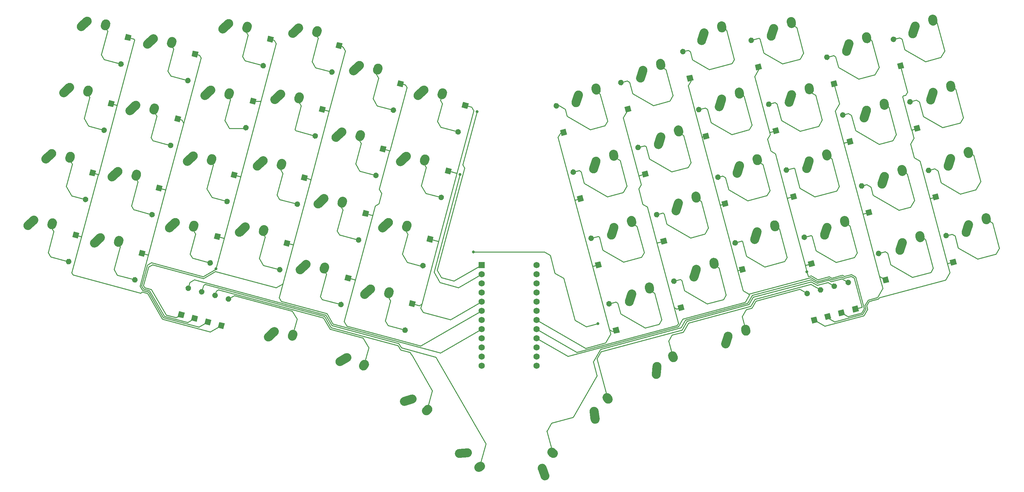
<source format=gbr>
%TF.GenerationSoftware,KiCad,Pcbnew,(5.1.9)-1*%
%TF.CreationDate,2021-03-13T12:52:02-07:00*%
%TF.ProjectId,Pteron56v0,50746572-6f6e-4353-9676-302e6b696361,rev?*%
%TF.SameCoordinates,Original*%
%TF.FileFunction,Copper,L1,Top*%
%TF.FilePolarity,Positive*%
%FSLAX46Y46*%
G04 Gerber Fmt 4.6, Leading zero omitted, Abs format (unit mm)*
G04 Created by KiCad (PCBNEW (5.1.9)-1) date 2021-03-13 12:52:02*
%MOMM*%
%LPD*%
G01*
G04 APERTURE LIST*
%TA.AperFunction,ComponentPad*%
%ADD10R,1.752600X1.752600*%
%TD*%
%TA.AperFunction,ComponentPad*%
%ADD11C,1.752600*%
%TD*%
%TA.AperFunction,ComponentPad*%
%ADD12C,0.100000*%
%TD*%
%TA.AperFunction,ViaPad*%
%ADD13C,0.800000*%
%TD*%
%TA.AperFunction,Conductor*%
%ADD14C,0.250000*%
%TD*%
G04 APERTURE END LIST*
D10*
%TO.P,U1,1*%
%TO.N,/Row0*%
X137434865Y-104187501D03*
D11*
%TO.P,U1,2*%
%TO.N,/Row1*%
X137434865Y-106727501D03*
%TO.P,U1,3*%
%TO.N,Net-(U1-Pad3)*%
X137434865Y-109267501D03*
%TO.P,U1,4*%
%TO.N,Net-(U1-Pad4)*%
X137434865Y-111807501D03*
%TO.P,U1,5*%
%TO.N,/Col6*%
X137434865Y-114347501D03*
%TO.P,U1,6*%
%TO.N,/Col7*%
X137434865Y-116887501D03*
%TO.P,U1,7*%
%TO.N,/Row3*%
X137434865Y-119427501D03*
%TO.P,U1,8*%
%TO.N,/Col8*%
X137434865Y-121967501D03*
%TO.P,U1,9*%
%TO.N,/Col9*%
X137434865Y-124507501D03*
%TO.P,U1,10*%
%TO.N,/Col11*%
X137434865Y-127047501D03*
%TO.P,U1,11*%
%TO.N,/Col10*%
X137434865Y-129587501D03*
%TO.P,U1,12*%
%TO.N,/Row4*%
X137434865Y-132127501D03*
%TO.P,U1,13*%
%TO.N,/Col1*%
X152674865Y-132127501D03*
%TO.P,U1,14*%
%TO.N,/Col0*%
X152674865Y-129587501D03*
%TO.P,U1,15*%
%TO.N,/Col2*%
X152674865Y-127047501D03*
%TO.P,U1,16*%
%TO.N,/Col3*%
X152674865Y-124507501D03*
%TO.P,U1,17*%
%TO.N,/Col4*%
X152674865Y-121967501D03*
%TO.P,U1,18*%
%TO.N,/Col5*%
X152674865Y-119427501D03*
%TO.P,U1,19*%
%TO.N,Net-(U1-Pad19)*%
X152674865Y-116887501D03*
%TO.P,U1,20*%
%TO.N,/Row2*%
X152674865Y-114347501D03*
%TO.P,U1,21*%
%TO.N,Net-(U1-Pad21)*%
X152674865Y-111807501D03*
%TO.P,U1,22*%
%TO.N,Net-(U1-Pad22)*%
X152674865Y-109267501D03*
%TO.P,U1,23*%
%TO.N,Net-(U1-Pad23)*%
X152674865Y-106727501D03*
%TO.P,U1,24*%
%TO.N,Net-(U1-Pad24)*%
X152674865Y-104187501D03*
%TD*%
%TO.P,SW11,1*%
%TO.N,/Row0*%
%TA.AperFunction,ComponentPad*%
G36*
G01*
X216638927Y-40302473D02*
X217315515Y-38156609D01*
G75*
G02*
X218883543Y-37340345I1192146J-375882D01*
G01*
X218883543Y-37340345D01*
G75*
G02*
X219699807Y-38908373I-375882J-1192146D01*
G01*
X219023219Y-41054237D01*
G75*
G02*
X217455191Y-41870501I-1192146J375882D01*
G01*
X217455191Y-41870501D01*
G75*
G02*
X216638927Y-40302473I375882J1192146D01*
G01*
G37*
%TD.AperFunction*%
%TO.P,SW11,2*%
%TO.N,Net-(D11-Pad2)*%
%TA.AperFunction,ComponentPad*%
G36*
G01*
X222248104Y-37409244D02*
X222136442Y-36840094D01*
G75*
G02*
X223122406Y-35372826I1226616J240652D01*
G01*
X223122406Y-35372826D01*
G75*
G02*
X224589674Y-36358790I240652J-1226616D01*
G01*
X224701336Y-36927940D01*
G75*
G02*
X223715372Y-38395208I-1226616J-240652D01*
G01*
X223715372Y-38395208D01*
G75*
G02*
X222248104Y-37409244I-240652J1226616D01*
G01*
G37*
%TD.AperFunction*%
%TD*%
%TO.P,SW1,1*%
%TO.N,/Row0*%
%TA.AperFunction,ComponentPad*%
G36*
G01*
X255920175Y-39646221D02*
X256596763Y-37500357D01*
G75*
G02*
X258164791Y-36684093I1192146J-375882D01*
G01*
X258164791Y-36684093D01*
G75*
G02*
X258981055Y-38252121I-375882J-1192146D01*
G01*
X258304467Y-40397985D01*
G75*
G02*
X256736439Y-41214249I-1192146J375882D01*
G01*
X256736439Y-41214249D01*
G75*
G02*
X255920175Y-39646221I375882J1192146D01*
G01*
G37*
%TD.AperFunction*%
%TO.P,SW1,2*%
%TO.N,Net-(D1-Pad2)*%
%TA.AperFunction,ComponentPad*%
G36*
G01*
X261529352Y-36752992D02*
X261417690Y-36183842D01*
G75*
G02*
X262403654Y-34716574I1226616J240652D01*
G01*
X262403654Y-34716574D01*
G75*
G02*
X263870922Y-35702538I240652J-1226616D01*
G01*
X263982584Y-36271688D01*
G75*
G02*
X262996620Y-37738956I-1226616J-240652D01*
G01*
X262996620Y-37738956D01*
G75*
G02*
X261529352Y-36752992I-240652J1226616D01*
G01*
G37*
%TD.AperFunction*%
%TD*%
%TO.P,SW17,2*%
%TO.N,Net-(D17-Pad2)*%
%TA.AperFunction,ComponentPad*%
G36*
G01*
X207810605Y-57002993D02*
X207698943Y-56433843D01*
G75*
G02*
X208684907Y-54966575I1226616J240652D01*
G01*
X208684907Y-54966575D01*
G75*
G02*
X210152175Y-55952539I240652J-1226616D01*
G01*
X210263837Y-56521689D01*
G75*
G02*
X209277873Y-57988957I-1226616J-240652D01*
G01*
X209277873Y-57988957D01*
G75*
G02*
X207810605Y-57002993I-240652J1226616D01*
G01*
G37*
%TD.AperFunction*%
%TO.P,SW17,1*%
%TO.N,/Row1*%
%TA.AperFunction,ComponentPad*%
G36*
G01*
X202201428Y-59896222D02*
X202878016Y-57750358D01*
G75*
G02*
X204446044Y-56934094I1192146J-375882D01*
G01*
X204446044Y-56934094D01*
G75*
G02*
X205262308Y-58502122I-375882J-1192146D01*
G01*
X204585720Y-60647986D01*
G75*
G02*
X203017692Y-61464250I-1192146J375882D01*
G01*
X203017692Y-61464250D01*
G75*
G02*
X202201428Y-59896222I375882J1192146D01*
G01*
G37*
%TD.AperFunction*%
%TD*%
%TO.P,SW15,1*%
%TO.N,/Row4*%
%TA.AperFunction,ComponentPad*%
G36*
G01*
X167719699Y-147181098D02*
X167426015Y-144950348D01*
G75*
G02*
X168502163Y-143547884I1239306J163158D01*
G01*
X168502163Y-143547884D01*
G75*
G02*
X169904627Y-144624032I163158J-1239306D01*
G01*
X170198311Y-146854782D01*
G75*
G02*
X169122163Y-148257246I-1239306J-163158D01*
G01*
X169122163Y-148257246D01*
G75*
G02*
X167719699Y-147181098I-163158J1239306D01*
G01*
G37*
%TD.AperFunction*%
%TO.P,SW15,2*%
%TO.N,Net-(D15-Pad2)*%
%TA.AperFunction,ComponentPad*%
G36*
G01*
X171580609Y-142188402D02*
X171238875Y-141719768D01*
G75*
G02*
X171512367Y-139973286I1009987J736495D01*
G01*
X171512367Y-139973286D01*
G75*
G02*
X173258849Y-140246778I736495J-1009987D01*
G01*
X173600583Y-140715412D01*
G75*
G02*
X173327091Y-142461894I-1009987J-736495D01*
G01*
X173327091Y-142461894D01*
G75*
G02*
X171580609Y-142188402I-736495J1009987D01*
G01*
G37*
%TD.AperFunction*%
%TD*%
%TO.P,D1,2*%
%TO.N,Net-(D1-Pad2)*%
%TA.AperFunction,ComponentPad*%
G36*
G01*
X251959354Y-42325412D02*
X251959354Y-42325412D01*
G75*
G02*
X250979558Y-41759726I-207055J772741D01*
G01*
X250979558Y-41759726D01*
G75*
G02*
X251545244Y-40779930I772741J207055D01*
G01*
X251545244Y-40779930D01*
G75*
G02*
X252525040Y-41345616I207055J-772741D01*
G01*
X252525040Y-41345616D01*
G75*
G02*
X251959354Y-42325412I-772741J-207055D01*
G01*
G37*
%TD.AperFunction*%
%TA.AperFunction,ComponentPad*%
D12*
%TO.P,D1,1*%
%TO.N,/Col0*%
G36*
X254704296Y-49478711D02*
G01*
X253158815Y-49892822D01*
X252744704Y-48347341D01*
X254290185Y-47933230D01*
X254704296Y-49478711D01*
G37*
%TD.AperFunction*%
%TD*%
%TA.AperFunction,ComponentPad*%
%TO.P,D2,1*%
%TO.N,/Col0*%
G36*
X259298049Y-66822459D02*
G01*
X257752568Y-67236570D01*
X257338457Y-65691089D01*
X258883938Y-65276978D01*
X259298049Y-66822459D01*
G37*
%TD.AperFunction*%
%TO.P,D2,2*%
%TO.N,Net-(D2-Pad2)*%
%TA.AperFunction,ComponentPad*%
G36*
G01*
X256553107Y-59669160D02*
X256553107Y-59669160D01*
G75*
G02*
X255573311Y-59103474I-207055J772741D01*
G01*
X255573311Y-59103474D01*
G75*
G02*
X256138997Y-58123678I772741J207055D01*
G01*
X256138997Y-58123678D01*
G75*
G02*
X257118793Y-58689364I207055J-772741D01*
G01*
X257118793Y-58689364D01*
G75*
G02*
X256553107Y-59669160I-772741J-207055D01*
G01*
G37*
%TD.AperFunction*%
%TD*%
%TA.AperFunction,ComponentPad*%
%TO.P,D3,1*%
%TO.N,/Col0*%
G36*
X264454292Y-85853709D02*
G01*
X262908811Y-86267820D01*
X262494700Y-84722339D01*
X264040181Y-84308228D01*
X264454292Y-85853709D01*
G37*
%TD.AperFunction*%
%TO.P,D3,2*%
%TO.N,Net-(D3-Pad2)*%
%TA.AperFunction,ComponentPad*%
G36*
G01*
X261709350Y-78700410D02*
X261709350Y-78700410D01*
G75*
G02*
X260729554Y-78134724I-207055J772741D01*
G01*
X260729554Y-78134724D01*
G75*
G02*
X261295240Y-77154928I772741J207055D01*
G01*
X261295240Y-77154928D01*
G75*
G02*
X262275036Y-77720614I207055J-772741D01*
G01*
X262275036Y-77720614D01*
G75*
G02*
X261709350Y-78700410I-772741J-207055D01*
G01*
G37*
%TD.AperFunction*%
%TD*%
%TO.P,D4,2*%
%TO.N,Net-(D4-Pad2)*%
%TA.AperFunction,ComponentPad*%
G36*
G01*
X266584353Y-96794163D02*
X266584353Y-96794163D01*
G75*
G02*
X265604557Y-96228477I-207055J772741D01*
G01*
X265604557Y-96228477D01*
G75*
G02*
X266170243Y-95248681I772741J207055D01*
G01*
X266170243Y-95248681D01*
G75*
G02*
X267150039Y-95814367I207055J-772741D01*
G01*
X267150039Y-95814367D01*
G75*
G02*
X266584353Y-96794163I-772741J-207055D01*
G01*
G37*
%TD.AperFunction*%
%TA.AperFunction,ComponentPad*%
%TO.P,D4,1*%
%TO.N,/Col0*%
G36*
X269329295Y-103947462D02*
G01*
X267783814Y-104361573D01*
X267369703Y-102816092D01*
X268915184Y-102401981D01*
X269329295Y-103947462D01*
G37*
%TD.AperFunction*%
%TD*%
%TO.P,D5,2*%
%TO.N,Net-(D5-Pad2)*%
%TA.AperFunction,ComponentPad*%
G36*
G01*
X228008743Y-112871910D02*
X228008743Y-112871910D01*
G75*
G02*
X227028947Y-112306224I-207055J772741D01*
G01*
X227028947Y-112306224D01*
G75*
G02*
X227594633Y-111326428I772741J207055D01*
G01*
X227594633Y-111326428D01*
G75*
G02*
X228574429Y-111892114I207055J-772741D01*
G01*
X228574429Y-111892114D01*
G75*
G02*
X228008743Y-112871910I-772741J-207055D01*
G01*
G37*
%TD.AperFunction*%
%TA.AperFunction,ComponentPad*%
%TO.P,D5,1*%
%TO.N,/Col0*%
G36*
X230753685Y-120025209D02*
G01*
X229208204Y-120439320D01*
X228794093Y-118893839D01*
X230339574Y-118479728D01*
X230753685Y-120025209D01*
G37*
%TD.AperFunction*%
%TD*%
%TA.AperFunction,ComponentPad*%
%TO.P,D6,1*%
%TO.N,/Col1*%
G36*
X236235547Y-54447457D02*
G01*
X234690066Y-54861568D01*
X234275955Y-53316087D01*
X235821436Y-52901976D01*
X236235547Y-54447457D01*
G37*
%TD.AperFunction*%
%TO.P,D6,2*%
%TO.N,Net-(D6-Pad2)*%
%TA.AperFunction,ComponentPad*%
G36*
G01*
X233490605Y-47294158D02*
X233490605Y-47294158D01*
G75*
G02*
X232510809Y-46728472I-207055J772741D01*
G01*
X232510809Y-46728472D01*
G75*
G02*
X233076495Y-45748676I772741J207055D01*
G01*
X233076495Y-45748676D01*
G75*
G02*
X234056291Y-46314362I207055J-772741D01*
G01*
X234056291Y-46314362D01*
G75*
G02*
X233490605Y-47294158I-772741J-207055D01*
G01*
G37*
%TD.AperFunction*%
%TD*%
%TO.P,D7,2*%
%TO.N,Net-(D7-Pad2)*%
%TA.AperFunction,ComponentPad*%
G36*
G01*
X237896855Y-63325410D02*
X237896855Y-63325410D01*
G75*
G02*
X236917059Y-62759724I-207055J772741D01*
G01*
X236917059Y-62759724D01*
G75*
G02*
X237482745Y-61779928I772741J207055D01*
G01*
X237482745Y-61779928D01*
G75*
G02*
X238462541Y-62345614I207055J-772741D01*
G01*
X238462541Y-62345614D01*
G75*
G02*
X237896855Y-63325410I-772741J-207055D01*
G01*
G37*
%TD.AperFunction*%
%TA.AperFunction,ComponentPad*%
%TO.P,D7,1*%
%TO.N,/Col1*%
G36*
X240641797Y-70478709D02*
G01*
X239096316Y-70892820D01*
X238682205Y-69347339D01*
X240227686Y-68933228D01*
X240641797Y-70478709D01*
G37*
%TD.AperFunction*%
%TD*%
%TO.P,D8,2*%
%TO.N,Net-(D8-Pad2)*%
%TA.AperFunction,ComponentPad*%
G36*
G01*
X243146855Y-83012915D02*
X243146855Y-83012915D01*
G75*
G02*
X242167059Y-82447229I-207055J772741D01*
G01*
X242167059Y-82447229D01*
G75*
G02*
X242732745Y-81467433I772741J207055D01*
G01*
X242732745Y-81467433D01*
G75*
G02*
X243712541Y-82033119I207055J-772741D01*
G01*
X243712541Y-82033119D01*
G75*
G02*
X243146855Y-83012915I-772741J-207055D01*
G01*
G37*
%TD.AperFunction*%
%TA.AperFunction,ComponentPad*%
%TO.P,D8,1*%
%TO.N,/Col1*%
G36*
X245891797Y-90166214D02*
G01*
X244346316Y-90580325D01*
X243932205Y-89034844D01*
X245477686Y-88620733D01*
X245891797Y-90166214D01*
G37*
%TD.AperFunction*%
%TD*%
%TA.AperFunction,ComponentPad*%
%TO.P,D9,1*%
%TO.N,/Col1*%
G36*
X250579296Y-108916210D02*
G01*
X249033815Y-109330321D01*
X248619704Y-107784840D01*
X250165185Y-107370729D01*
X250579296Y-108916210D01*
G37*
%TD.AperFunction*%
%TO.P,D9,2*%
%TO.N,Net-(D9-Pad2)*%
%TA.AperFunction,ComponentPad*%
G36*
G01*
X247834354Y-101762911D02*
X247834354Y-101762911D01*
G75*
G02*
X246854558Y-101197225I-207055J772741D01*
G01*
X246854558Y-101197225D01*
G75*
G02*
X247420244Y-100217429I772741J207055D01*
G01*
X247420244Y-100217429D01*
G75*
G02*
X248400040Y-100783115I207055J-772741D01*
G01*
X248400040Y-100783115D01*
G75*
G02*
X247834354Y-101762911I-772741J-207055D01*
G01*
G37*
%TD.AperFunction*%
%TD*%
%TA.AperFunction,ComponentPad*%
%TO.P,D10,1*%
%TO.N,/Col1*%
G36*
X234466456Y-119030373D02*
G01*
X232920975Y-119444484D01*
X232506864Y-117899003D01*
X234052345Y-117484892D01*
X234466456Y-119030373D01*
G37*
%TD.AperFunction*%
%TO.P,D10,2*%
%TO.N,Net-(D10-Pad2)*%
%TA.AperFunction,ComponentPad*%
G36*
G01*
X231721514Y-111877074D02*
X231721514Y-111877074D01*
G75*
G02*
X230741718Y-111311388I-207055J772741D01*
G01*
X230741718Y-111311388D01*
G75*
G02*
X231307404Y-110331592I772741J207055D01*
G01*
X231307404Y-110331592D01*
G75*
G02*
X232287200Y-110897278I207055J-772741D01*
G01*
X232287200Y-110897278D01*
G75*
G02*
X231721514Y-111877074I-772741J-207055D01*
G01*
G37*
%TD.AperFunction*%
%TD*%
%TO.P,D11,2*%
%TO.N,Net-(D11-Pad2)*%
%TA.AperFunction,ComponentPad*%
G36*
G01*
X212490602Y-42606661D02*
X212490602Y-42606661D01*
G75*
G02*
X211510806Y-42040975I-207055J772741D01*
G01*
X211510806Y-42040975D01*
G75*
G02*
X212076492Y-41061179I772741J207055D01*
G01*
X212076492Y-41061179D01*
G75*
G02*
X213056288Y-41626865I207055J-772741D01*
G01*
X213056288Y-41626865D01*
G75*
G02*
X212490602Y-42606661I-772741J-207055D01*
G01*
G37*
%TD.AperFunction*%
%TA.AperFunction,ComponentPad*%
%TO.P,D11,1*%
%TO.N,/Col2*%
G36*
X215235544Y-49759960D02*
G01*
X213690063Y-50174071D01*
X213275952Y-48628590D01*
X214821433Y-48214479D01*
X215235544Y-49759960D01*
G37*
%TD.AperFunction*%
%TD*%
%TA.AperFunction,ComponentPad*%
%TO.P,D12,1*%
%TO.N,/Col2*%
G36*
X220110550Y-67478709D02*
G01*
X218565069Y-67892820D01*
X218150958Y-66347339D01*
X219696439Y-65933228D01*
X220110550Y-67478709D01*
G37*
%TD.AperFunction*%
%TO.P,D12,2*%
%TO.N,Net-(D12-Pad2)*%
%TA.AperFunction,ComponentPad*%
G36*
G01*
X217365608Y-60325410D02*
X217365608Y-60325410D01*
G75*
G02*
X216385812Y-59759724I-207055J772741D01*
G01*
X216385812Y-59759724D01*
G75*
G02*
X216951498Y-58779928I772741J207055D01*
G01*
X216951498Y-58779928D01*
G75*
G02*
X217931294Y-59345614I207055J-772741D01*
G01*
X217931294Y-59345614D01*
G75*
G02*
X217365608Y-60325410I-772741J-207055D01*
G01*
G37*
%TD.AperFunction*%
%TD*%
%TO.P,D13,2*%
%TO.N,Net-(D13-Pad2)*%
%TA.AperFunction,ComponentPad*%
G36*
G01*
X222240606Y-78606664D02*
X222240606Y-78606664D01*
G75*
G02*
X221260810Y-78040978I-207055J772741D01*
G01*
X221260810Y-78040978D01*
G75*
G02*
X221826496Y-77061182I772741J207055D01*
G01*
X221826496Y-77061182D01*
G75*
G02*
X222806292Y-77626868I207055J-772741D01*
G01*
X222806292Y-77626868D01*
G75*
G02*
X222240606Y-78606664I-772741J-207055D01*
G01*
G37*
%TD.AperFunction*%
%TA.AperFunction,ComponentPad*%
%TO.P,D13,1*%
%TO.N,/Col2*%
G36*
X224985548Y-85759963D02*
G01*
X223440067Y-86174074D01*
X223025956Y-84628593D01*
X224571437Y-84214482D01*
X224985548Y-85759963D01*
G37*
%TD.AperFunction*%
%TD*%
%TA.AperFunction,ComponentPad*%
%TO.P,D14,1*%
%TO.N,/Col2*%
G36*
X229954296Y-104416214D02*
G01*
X228408815Y-104830325D01*
X227994704Y-103284844D01*
X229540185Y-102870733D01*
X229954296Y-104416214D01*
G37*
%TD.AperFunction*%
%TO.P,D14,2*%
%TO.N,Net-(D14-Pad2)*%
%TA.AperFunction,ComponentPad*%
G36*
G01*
X227209354Y-97262915D02*
X227209354Y-97262915D01*
G75*
G02*
X226229558Y-96697229I-207055J772741D01*
G01*
X226229558Y-96697229D01*
G75*
G02*
X226795244Y-95717433I772741J207055D01*
G01*
X226795244Y-95717433D01*
G75*
G02*
X227775040Y-96283119I207055J-772741D01*
G01*
X227775040Y-96283119D01*
G75*
G02*
X227209354Y-97262915I-772741J-207055D01*
G01*
G37*
%TD.AperFunction*%
%TD*%
%TO.P,D15,2*%
%TO.N,Net-(D15-Pad2)*%
%TA.AperFunction,ComponentPad*%
G36*
G01*
X235524848Y-110857976D02*
X235524848Y-110857976D01*
G75*
G02*
X234545052Y-110292290I-207055J772741D01*
G01*
X234545052Y-110292290D01*
G75*
G02*
X235110738Y-109312494I772741J207055D01*
G01*
X235110738Y-109312494D01*
G75*
G02*
X236090534Y-109878180I207055J-772741D01*
G01*
X236090534Y-109878180D01*
G75*
G02*
X235524848Y-110857976I-772741J-207055D01*
G01*
G37*
%TD.AperFunction*%
%TA.AperFunction,ComponentPad*%
%TO.P,D15,1*%
%TO.N,/Col2*%
G36*
X238269790Y-118011275D02*
G01*
X236724309Y-118425386D01*
X236310198Y-116879905D01*
X237855679Y-116465794D01*
X238269790Y-118011275D01*
G37*
%TD.AperFunction*%
%TD*%
%TA.AperFunction,ComponentPad*%
%TO.P,D16,1*%
%TO.N,/Col3*%
G36*
X196263244Y-52882919D02*
G01*
X194717763Y-53297030D01*
X194303652Y-51751549D01*
X195849133Y-51337438D01*
X196263244Y-52882919D01*
G37*
%TD.AperFunction*%
%TO.P,D16,2*%
%TO.N,Net-(D16-Pad2)*%
%TA.AperFunction,ComponentPad*%
G36*
G01*
X193518302Y-45729620D02*
X193518302Y-45729620D01*
G75*
G02*
X192538506Y-45163934I-207055J772741D01*
G01*
X192538506Y-45163934D01*
G75*
G02*
X193104192Y-44184138I772741J207055D01*
G01*
X193104192Y-44184138D01*
G75*
G02*
X194083988Y-44749824I207055J-772741D01*
G01*
X194083988Y-44749824D01*
G75*
G02*
X193518302Y-45729620I-772741J-207055D01*
G01*
G37*
%TD.AperFunction*%
%TD*%
%TO.P,D17,2*%
%TO.N,Net-(D17-Pad2)*%
%TA.AperFunction,ComponentPad*%
G36*
G01*
X197927903Y-61824248D02*
X197927903Y-61824248D01*
G75*
G02*
X196948107Y-61258562I-207055J772741D01*
G01*
X196948107Y-61258562D01*
G75*
G02*
X197513793Y-60278766I772741J207055D01*
G01*
X197513793Y-60278766D01*
G75*
G02*
X198493589Y-60844452I207055J-772741D01*
G01*
X198493589Y-60844452D01*
G75*
G02*
X197927903Y-61824248I-772741J-207055D01*
G01*
G37*
%TD.AperFunction*%
%TA.AperFunction,ComponentPad*%
%TO.P,D17,1*%
%TO.N,/Col3*%
G36*
X200672845Y-68977547D02*
G01*
X199127364Y-69391658D01*
X198713253Y-67846177D01*
X200258734Y-67432066D01*
X200672845Y-68977547D01*
G37*
%TD.AperFunction*%
%TD*%
%TA.AperFunction,ComponentPad*%
%TO.P,D18,1*%
%TO.N,/Col3*%
G36*
X205991481Y-87740308D02*
G01*
X204446000Y-88154419D01*
X204031889Y-86608938D01*
X205577370Y-86194827D01*
X205991481Y-87740308D01*
G37*
%TD.AperFunction*%
%TO.P,D18,2*%
%TO.N,Net-(D18-Pad2)*%
%TA.AperFunction,ComponentPad*%
G36*
G01*
X203246539Y-80587009D02*
X203246539Y-80587009D01*
G75*
G02*
X202266743Y-80021323I-207055J772741D01*
G01*
X202266743Y-80021323D01*
G75*
G02*
X202832429Y-79041527I772741J207055D01*
G01*
X202832429Y-79041527D01*
G75*
G02*
X203812225Y-79607213I207055J-772741D01*
G01*
X203812225Y-79607213D01*
G75*
G02*
X203246539Y-80587009I-772741J-207055D01*
G01*
G37*
%TD.AperFunction*%
%TD*%
%TA.AperFunction,ComponentPad*%
%TO.P,D19,1*%
%TO.N,/Col3*%
G36*
X210778045Y-105966235D02*
G01*
X209232564Y-106380346D01*
X208818453Y-104834865D01*
X210363934Y-104420754D01*
X210778045Y-105966235D01*
G37*
%TD.AperFunction*%
%TO.P,D19,2*%
%TO.N,Net-(D19-Pad2)*%
%TA.AperFunction,ComponentPad*%
G36*
G01*
X208033103Y-98812936D02*
X208033103Y-98812936D01*
G75*
G02*
X207053307Y-98247250I-207055J772741D01*
G01*
X207053307Y-98247250D01*
G75*
G02*
X207618993Y-97267454I772741J207055D01*
G01*
X207618993Y-97267454D01*
G75*
G02*
X208598789Y-97833140I207055J-772741D01*
G01*
X208598789Y-97833140D01*
G75*
G02*
X208033103Y-98812936I-772741J-207055D01*
G01*
G37*
%TD.AperFunction*%
%TD*%
%TA.AperFunction,ComponentPad*%
%TO.P,D20,1*%
%TO.N,/Col3*%
G36*
X242163681Y-116967910D02*
G01*
X240618200Y-117382021D01*
X240204089Y-115836540D01*
X241749570Y-115422429D01*
X242163681Y-116967910D01*
G37*
%TD.AperFunction*%
%TO.P,D20,2*%
%TO.N,Net-(D20-Pad2)*%
%TA.AperFunction,ComponentPad*%
G36*
G01*
X239418739Y-109814611D02*
X239418739Y-109814611D01*
G75*
G02*
X238438943Y-109248925I-207055J772741D01*
G01*
X238438943Y-109248925D01*
G75*
G02*
X239004629Y-108269129I772741J207055D01*
G01*
X239004629Y-108269129D01*
G75*
G02*
X239984425Y-108834815I207055J-772741D01*
G01*
X239984425Y-108834815D01*
G75*
G02*
X239418739Y-109814611I-772741J-207055D01*
G01*
G37*
%TD.AperFunction*%
%TD*%
%TO.P,D21,2*%
%TO.N,Net-(D21-Pad2)*%
%TA.AperFunction,ComponentPad*%
G36*
G01*
X176303106Y-54325410D02*
X176303106Y-54325410D01*
G75*
G02*
X175323310Y-53759724I-207055J772741D01*
G01*
X175323310Y-53759724D01*
G75*
G02*
X175888996Y-52779928I772741J207055D01*
G01*
X175888996Y-52779928D01*
G75*
G02*
X176868792Y-53345614I207055J-772741D01*
G01*
X176868792Y-53345614D01*
G75*
G02*
X176303106Y-54325410I-772741J-207055D01*
G01*
G37*
%TD.AperFunction*%
%TA.AperFunction,ComponentPad*%
%TO.P,D21,1*%
%TO.N,/Col4*%
G36*
X179048048Y-61478709D02*
G01*
X177502567Y-61892820D01*
X177088456Y-60347339D01*
X178633937Y-59933228D01*
X179048048Y-61478709D01*
G37*
%TD.AperFunction*%
%TD*%
%TA.AperFunction,ComponentPad*%
%TO.P,D22,1*%
%TO.N,/Col4*%
G36*
X183829302Y-79478712D02*
G01*
X182283821Y-79892823D01*
X181869710Y-78347342D01*
X183415191Y-77933231D01*
X183829302Y-79478712D01*
G37*
%TD.AperFunction*%
%TO.P,D22,2*%
%TO.N,Net-(D22-Pad2)*%
%TA.AperFunction,ComponentPad*%
G36*
G01*
X181084360Y-72325413D02*
X181084360Y-72325413D01*
G75*
G02*
X180104564Y-71759727I-207055J772741D01*
G01*
X180104564Y-71759727D01*
G75*
G02*
X180670250Y-70779931I772741J207055D01*
G01*
X180670250Y-70779931D01*
G75*
G02*
X181650046Y-71345617I207055J-772741D01*
G01*
X181650046Y-71345617D01*
G75*
G02*
X181084360Y-72325413I-772741J-207055D01*
G01*
G37*
%TD.AperFunction*%
%TD*%
%TA.AperFunction,ComponentPad*%
%TO.P,D23,1*%
%TO.N,/Col4*%
G36*
X188985545Y-98134959D02*
G01*
X187440064Y-98549070D01*
X187025953Y-97003589D01*
X188571434Y-96589478D01*
X188985545Y-98134959D01*
G37*
%TD.AperFunction*%
%TO.P,D23,2*%
%TO.N,Net-(D23-Pad2)*%
%TA.AperFunction,ComponentPad*%
G36*
G01*
X186240603Y-90981660D02*
X186240603Y-90981660D01*
G75*
G02*
X185260807Y-90415974I-207055J772741D01*
G01*
X185260807Y-90415974D01*
G75*
G02*
X185826493Y-89436178I772741J207055D01*
G01*
X185826493Y-89436178D01*
G75*
G02*
X186806289Y-90001864I207055J-772741D01*
G01*
X186806289Y-90001864D01*
G75*
G02*
X186240603Y-90981660I-772741J-207055D01*
G01*
G37*
%TD.AperFunction*%
%TD*%
%TO.P,D24,2*%
%TO.N,Net-(D24-Pad2)*%
%TA.AperFunction,ComponentPad*%
G36*
G01*
X191021847Y-109450411D02*
X191021847Y-109450411D01*
G75*
G02*
X190042051Y-108884725I-207055J772741D01*
G01*
X190042051Y-108884725D01*
G75*
G02*
X190607737Y-107904929I772741J207055D01*
G01*
X190607737Y-107904929D01*
G75*
G02*
X191587533Y-108470615I207055J-772741D01*
G01*
X191587533Y-108470615D01*
G75*
G02*
X191021847Y-109450411I-772741J-207055D01*
G01*
G37*
%TD.AperFunction*%
%TA.AperFunction,ComponentPad*%
%TO.P,D24,1*%
%TO.N,/Col4*%
G36*
X193766789Y-116603710D02*
G01*
X192221308Y-117017821D01*
X191807197Y-115472340D01*
X193352678Y-115058229D01*
X193766789Y-116603710D01*
G37*
%TD.AperFunction*%
%TD*%
%TA.AperFunction,ComponentPad*%
%TO.P,D25,1*%
%TO.N,/Col5*%
G36*
X161141799Y-67947460D02*
G01*
X159596318Y-68361571D01*
X159182207Y-66816090D01*
X160727688Y-66401979D01*
X161141799Y-67947460D01*
G37*
%TD.AperFunction*%
%TO.P,D25,2*%
%TO.N,Net-(D25-Pad2)*%
%TA.AperFunction,ComponentPad*%
G36*
G01*
X158396857Y-60794161D02*
X158396857Y-60794161D01*
G75*
G02*
X157417061Y-60228475I-207055J772741D01*
G01*
X157417061Y-60228475D01*
G75*
G02*
X157982747Y-59248679I772741J207055D01*
G01*
X157982747Y-59248679D01*
G75*
G02*
X158962543Y-59814365I207055J-772741D01*
G01*
X158962543Y-59814365D01*
G75*
G02*
X158396857Y-60794161I-772741J-207055D01*
G01*
G37*
%TD.AperFunction*%
%TD*%
%TO.P,D26,2*%
%TO.N,Net-(D26-Pad2)*%
%TA.AperFunction,ComponentPad*%
G36*
G01*
X163084352Y-79169160D02*
X163084352Y-79169160D01*
G75*
G02*
X162104556Y-78603474I-207055J772741D01*
G01*
X162104556Y-78603474D01*
G75*
G02*
X162670242Y-77623678I772741J207055D01*
G01*
X162670242Y-77623678D01*
G75*
G02*
X163650038Y-78189364I207055J-772741D01*
G01*
X163650038Y-78189364D01*
G75*
G02*
X163084352Y-79169160I-772741J-207055D01*
G01*
G37*
%TD.AperFunction*%
%TA.AperFunction,ComponentPad*%
%TO.P,D26,1*%
%TO.N,/Col5*%
G36*
X165829294Y-86322459D02*
G01*
X164283813Y-86736570D01*
X163869702Y-85191089D01*
X165415183Y-84776978D01*
X165829294Y-86322459D01*
G37*
%TD.AperFunction*%
%TD*%
%TA.AperFunction,ComponentPad*%
%TO.P,D27,1*%
%TO.N,/Col5*%
G36*
X170798052Y-104697459D02*
G01*
X169252571Y-105111570D01*
X168838460Y-103566089D01*
X170383941Y-103151978D01*
X170798052Y-104697459D01*
G37*
%TD.AperFunction*%
%TO.P,D27,2*%
%TO.N,Net-(D27-Pad2)*%
%TA.AperFunction,ComponentPad*%
G36*
G01*
X168053110Y-97544160D02*
X168053110Y-97544160D01*
G75*
G02*
X167073314Y-96978474I-207055J772741D01*
G01*
X167073314Y-96978474D01*
G75*
G02*
X167639000Y-95998678I772741J207055D01*
G01*
X167639000Y-95998678D01*
G75*
G02*
X168618796Y-96564364I207055J-772741D01*
G01*
X168618796Y-96564364D01*
G75*
G02*
X168053110Y-97544160I-772741J-207055D01*
G01*
G37*
%TD.AperFunction*%
%TD*%
%TA.AperFunction,ComponentPad*%
%TO.P,D28,1*%
%TO.N,/Col5*%
G36*
X175766796Y-122884959D02*
G01*
X174221315Y-123299070D01*
X173807204Y-121753589D01*
X175352685Y-121339478D01*
X175766796Y-122884959D01*
G37*
%TD.AperFunction*%
%TO.P,D28,2*%
%TO.N,Net-(D28-Pad2)*%
%TA.AperFunction,ComponentPad*%
G36*
G01*
X173021854Y-115731660D02*
X173021854Y-115731660D01*
G75*
G02*
X172042058Y-115165974I-207055J772741D01*
G01*
X172042058Y-115165974D01*
G75*
G02*
X172607744Y-114186178I772741J207055D01*
G01*
X172607744Y-114186178D01*
G75*
G02*
X173587540Y-114751864I207055J-772741D01*
G01*
X173587540Y-114751864D01*
G75*
G02*
X173021854Y-115731660I-772741J-207055D01*
G01*
G37*
%TD.AperFunction*%
%TD*%
%TO.P,D29,2*%
%TO.N,Net-(D29-Pad2)*%
%TA.AperFunction,ComponentPad*%
G36*
G01*
X131115605Y-66469387D02*
X131115605Y-66469387D01*
G75*
G02*
X131681291Y-67449183I-207055J-772741D01*
G01*
X131681291Y-67449183D01*
G75*
G02*
X130701495Y-68014869I-772741J207055D01*
G01*
X130701495Y-68014869D01*
G75*
G02*
X130135809Y-67035073I207055J772741D01*
G01*
X130135809Y-67035073D01*
G75*
G02*
X131115605Y-66469387I772741J-207055D01*
G01*
G37*
%TD.AperFunction*%
%TA.AperFunction,ComponentPad*%
%TO.P,D29,1*%
%TO.N,/Col6*%
G36*
X132315066Y-58901977D02*
G01*
X133860547Y-59316088D01*
X133446436Y-60861569D01*
X131900955Y-60447458D01*
X132315066Y-58901977D01*
G37*
%TD.AperFunction*%
%TD*%
%TO.P,D30,2*%
%TO.N,Net-(D30-Pad2)*%
%TA.AperFunction,ComponentPad*%
G36*
G01*
X126428104Y-84656885D02*
X126428104Y-84656885D01*
G75*
G02*
X126993790Y-85636681I-207055J-772741D01*
G01*
X126993790Y-85636681D01*
G75*
G02*
X126013994Y-86202367I-772741J207055D01*
G01*
X126013994Y-86202367D01*
G75*
G02*
X125448308Y-85222571I207055J772741D01*
G01*
X125448308Y-85222571D01*
G75*
G02*
X126428104Y-84656885I772741J-207055D01*
G01*
G37*
%TD.AperFunction*%
%TA.AperFunction,ComponentPad*%
%TO.P,D30,1*%
%TO.N,/Col6*%
G36*
X127627565Y-77089475D02*
G01*
X129173046Y-77503586D01*
X128758935Y-79049067D01*
X127213454Y-78634956D01*
X127627565Y-77089475D01*
G37*
%TD.AperFunction*%
%TD*%
%TA.AperFunction,ComponentPad*%
%TO.P,D31,1*%
%TO.N,/Col6*%
G36*
X122565065Y-96026981D02*
G01*
X124110546Y-96441092D01*
X123696435Y-97986573D01*
X122150954Y-97572462D01*
X122565065Y-96026981D01*
G37*
%TD.AperFunction*%
%TO.P,D31,2*%
%TO.N,Net-(D31-Pad2)*%
%TA.AperFunction,ComponentPad*%
G36*
G01*
X121365604Y-103594391D02*
X121365604Y-103594391D01*
G75*
G02*
X121931290Y-104574187I-207055J-772741D01*
G01*
X121931290Y-104574187D01*
G75*
G02*
X120951494Y-105139873I-772741J207055D01*
G01*
X120951494Y-105139873D01*
G75*
G02*
X120385808Y-104160077I207055J772741D01*
G01*
X120385808Y-104160077D01*
G75*
G02*
X121365604Y-103594391I772741J-207055D01*
G01*
G37*
%TD.AperFunction*%
%TD*%
%TO.P,D32,2*%
%TO.N,Net-(D32-Pad2)*%
%TA.AperFunction,ComponentPad*%
G36*
G01*
X116396855Y-121500641D02*
X116396855Y-121500641D01*
G75*
G02*
X116962541Y-122480437I-207055J-772741D01*
G01*
X116962541Y-122480437D01*
G75*
G02*
X115982745Y-123046123I-772741J207055D01*
G01*
X115982745Y-123046123D01*
G75*
G02*
X115417059Y-122066327I207055J772741D01*
G01*
X115417059Y-122066327D01*
G75*
G02*
X116396855Y-121500641I772741J-207055D01*
G01*
G37*
%TD.AperFunction*%
%TA.AperFunction,ComponentPad*%
%TO.P,D32,1*%
%TO.N,/Col6*%
G36*
X117596316Y-113933231D02*
G01*
X119141797Y-114347342D01*
X118727686Y-115892823D01*
X117182205Y-115478712D01*
X117596316Y-113933231D01*
G37*
%TD.AperFunction*%
%TD*%
%TA.AperFunction,ComponentPad*%
%TO.P,D33,1*%
%TO.N,/Col7*%
G36*
X114356733Y-52867656D02*
G01*
X115902214Y-53281767D01*
X115488103Y-54827248D01*
X113942622Y-54413137D01*
X114356733Y-52867656D01*
G37*
%TD.AperFunction*%
%TO.P,D33,2*%
%TO.N,Net-(D33-Pad2)*%
%TA.AperFunction,ComponentPad*%
G36*
G01*
X113157272Y-60435066D02*
X113157272Y-60435066D01*
G75*
G02*
X113722958Y-61414862I-207055J-772741D01*
G01*
X113722958Y-61414862D01*
G75*
G02*
X112743162Y-61980548I-772741J207055D01*
G01*
X112743162Y-61980548D01*
G75*
G02*
X112177476Y-61000752I207055J772741D01*
G01*
X112177476Y-61000752D01*
G75*
G02*
X113157272Y-60435066I772741J-207055D01*
G01*
G37*
%TD.AperFunction*%
%TD*%
%TO.P,D34,2*%
%TO.N,Net-(D34-Pad2)*%
%TA.AperFunction,ComponentPad*%
G36*
G01*
X108304421Y-78546179D02*
X108304421Y-78546179D01*
G75*
G02*
X108870107Y-79525975I-207055J-772741D01*
G01*
X108870107Y-79525975D01*
G75*
G02*
X107890311Y-80091661I-772741J207055D01*
G01*
X107890311Y-80091661D01*
G75*
G02*
X107324625Y-79111865I207055J772741D01*
G01*
X107324625Y-79111865D01*
G75*
G02*
X108304421Y-78546179I772741J-207055D01*
G01*
G37*
%TD.AperFunction*%
%TA.AperFunction,ComponentPad*%
%TO.P,D34,1*%
%TO.N,/Col7*%
G36*
X109503882Y-70978769D02*
G01*
X111049363Y-71392880D01*
X110635252Y-72938361D01*
X109089771Y-72524250D01*
X109503882Y-70978769D01*
G37*
%TD.AperFunction*%
%TD*%
%TA.AperFunction,ComponentPad*%
%TO.P,D35,1*%
%TO.N,/Col7*%
G36*
X104699548Y-88908768D02*
G01*
X106245029Y-89322879D01*
X105830918Y-90868360D01*
X104285437Y-90454249D01*
X104699548Y-88908768D01*
G37*
%TD.AperFunction*%
%TO.P,D35,2*%
%TO.N,Net-(D35-Pad2)*%
%TA.AperFunction,ComponentPad*%
G36*
G01*
X103500087Y-96476178D02*
X103500087Y-96476178D01*
G75*
G02*
X104065773Y-97455974I-207055J-772741D01*
G01*
X104065773Y-97455974D01*
G75*
G02*
X103085977Y-98021660I-772741J207055D01*
G01*
X103085977Y-98021660D01*
G75*
G02*
X102520291Y-97041864I207055J772741D01*
G01*
X102520291Y-97041864D01*
G75*
G02*
X103500087Y-96476178I772741J-207055D01*
G01*
G37*
%TD.AperFunction*%
%TD*%
%TA.AperFunction,ComponentPad*%
%TO.P,D36,1*%
%TO.N,/Col7*%
G36*
X99804666Y-106814506D02*
G01*
X101350147Y-107228617D01*
X100936036Y-108774098D01*
X99390555Y-108359987D01*
X99804666Y-106814506D01*
G37*
%TD.AperFunction*%
%TO.P,D36,2*%
%TO.N,Net-(D36-Pad2)*%
%TA.AperFunction,ComponentPad*%
G36*
G01*
X98605205Y-114381916D02*
X98605205Y-114381916D01*
G75*
G02*
X99170891Y-115361712I-207055J-772741D01*
G01*
X99170891Y-115361712D01*
G75*
G02*
X98191095Y-115927398I-772741J207055D01*
G01*
X98191095Y-115927398D01*
G75*
G02*
X97625409Y-114947602I207055J772741D01*
G01*
X97625409Y-114947602D01*
G75*
G02*
X98605205Y-114381916I772741J-207055D01*
G01*
G37*
%TD.AperFunction*%
%TD*%
%TO.P,D37,2*%
%TO.N,Net-(D37-Pad2)*%
%TA.AperFunction,ComponentPad*%
G36*
G01*
X96097777Y-49846445D02*
X96097777Y-49846445D01*
G75*
G02*
X96663463Y-50826241I-207055J-772741D01*
G01*
X96663463Y-50826241D01*
G75*
G02*
X95683667Y-51391927I-772741J207055D01*
G01*
X95683667Y-51391927D01*
G75*
G02*
X95117981Y-50412131I207055J772741D01*
G01*
X95117981Y-50412131D01*
G75*
G02*
X96097777Y-49846445I772741J-207055D01*
G01*
G37*
%TD.AperFunction*%
%TA.AperFunction,ComponentPad*%
%TO.P,D37,1*%
%TO.N,/Col8*%
G36*
X97297238Y-42279035D02*
G01*
X98842719Y-42693146D01*
X98428608Y-44238627D01*
X96883127Y-43824516D01*
X97297238Y-42279035D01*
G37*
%TD.AperFunction*%
%TD*%
%TO.P,D38,2*%
%TO.N,Net-(D38-Pad2)*%
%TA.AperFunction,ComponentPad*%
G36*
G01*
X91459353Y-67594386D02*
X91459353Y-67594386D01*
G75*
G02*
X92025039Y-68574182I-207055J-772741D01*
G01*
X92025039Y-68574182D01*
G75*
G02*
X91045243Y-69139868I-772741J207055D01*
G01*
X91045243Y-69139868D01*
G75*
G02*
X90479557Y-68160072I207055J772741D01*
G01*
X90479557Y-68160072D01*
G75*
G02*
X91459353Y-67594386I772741J-207055D01*
G01*
G37*
%TD.AperFunction*%
%TA.AperFunction,ComponentPad*%
%TO.P,D38,1*%
%TO.N,/Col8*%
G36*
X92658814Y-60026976D02*
G01*
X94204295Y-60441087D01*
X93790184Y-61986568D01*
X92244703Y-61572457D01*
X92658814Y-60026976D01*
G37*
%TD.AperFunction*%
%TD*%
%TO.P,D39,2*%
%TO.N,Net-(D39-Pad2)*%
%TA.AperFunction,ComponentPad*%
G36*
G01*
X86490602Y-86531888D02*
X86490602Y-86531888D01*
G75*
G02*
X87056288Y-87511684I-207055J-772741D01*
G01*
X87056288Y-87511684D01*
G75*
G02*
X86076492Y-88077370I-772741J207055D01*
G01*
X86076492Y-88077370D01*
G75*
G02*
X85510806Y-87097574I207055J772741D01*
G01*
X85510806Y-87097574D01*
G75*
G02*
X86490602Y-86531888I772741J-207055D01*
G01*
G37*
%TD.AperFunction*%
%TA.AperFunction,ComponentPad*%
%TO.P,D39,1*%
%TO.N,/Col8*%
G36*
X87690063Y-78964478D02*
G01*
X89235544Y-79378589D01*
X88821433Y-80924070D01*
X87275952Y-80509959D01*
X87690063Y-78964478D01*
G37*
%TD.AperFunction*%
%TD*%
%TA.AperFunction,ComponentPad*%
%TO.P,D40,1*%
%TO.N,/Col8*%
G36*
X82815061Y-97151979D02*
G01*
X84360542Y-97566090D01*
X83946431Y-99111571D01*
X82400950Y-98697460D01*
X82815061Y-97151979D01*
G37*
%TD.AperFunction*%
%TO.P,D40,2*%
%TO.N,Net-(D40-Pad2)*%
%TA.AperFunction,ComponentPad*%
G36*
G01*
X81615600Y-104719389D02*
X81615600Y-104719389D01*
G75*
G02*
X82181286Y-105699185I-207055J-772741D01*
G01*
X82181286Y-105699185D01*
G75*
G02*
X81201490Y-106264871I-772741J207055D01*
G01*
X81201490Y-106264871D01*
G75*
G02*
X80635804Y-105285075I207055J772741D01*
G01*
X80635804Y-105285075D01*
G75*
G02*
X81615600Y-104719389I772741J-207055D01*
G01*
G37*
%TD.AperFunction*%
%TD*%
%TA.AperFunction,ComponentPad*%
%TO.P,D41,1*%
%TO.N,/Col8*%
G36*
X54623015Y-118978871D02*
G01*
X53077534Y-118564760D01*
X53491645Y-117019279D01*
X55037126Y-117433390D01*
X54623015Y-118978871D01*
G37*
%TD.AperFunction*%
%TO.P,D41,2*%
%TO.N,Net-(D41-Pad2)*%
%TA.AperFunction,ComponentPad*%
G36*
G01*
X55822476Y-111411461D02*
X55822476Y-111411461D01*
G75*
G02*
X55256790Y-110431665I207055J772741D01*
G01*
X55256790Y-110431665D01*
G75*
G02*
X56236586Y-109865979I772741J-207055D01*
G01*
X56236586Y-109865979D01*
G75*
G02*
X56802272Y-110845775I-207055J-772741D01*
G01*
X56802272Y-110845775D01*
G75*
G02*
X55822476Y-111411461I-772741J207055D01*
G01*
G37*
%TD.AperFunction*%
%TD*%
%TO.P,D42,2*%
%TO.N,Net-(D42-Pad2)*%
%TA.AperFunction,ComponentPad*%
G36*
G01*
X77021850Y-48094390D02*
X77021850Y-48094390D01*
G75*
G02*
X77587536Y-49074186I-207055J-772741D01*
G01*
X77587536Y-49074186D01*
G75*
G02*
X76607740Y-49639872I-772741J207055D01*
G01*
X76607740Y-49639872D01*
G75*
G02*
X76042054Y-48660076I207055J772741D01*
G01*
X76042054Y-48660076D01*
G75*
G02*
X77021850Y-48094390I772741J-207055D01*
G01*
G37*
%TD.AperFunction*%
%TA.AperFunction,ComponentPad*%
%TO.P,D42,1*%
%TO.N,/Col9*%
G36*
X78221311Y-40526980D02*
G01*
X79766792Y-40941091D01*
X79352681Y-42486572D01*
X77807200Y-42072461D01*
X78221311Y-40526980D01*
G37*
%TD.AperFunction*%
%TD*%
%TO.P,D43,2*%
%TO.N,Net-(D43-Pad2)*%
%TA.AperFunction,ComponentPad*%
G36*
G01*
X72223672Y-65302538D02*
X72223672Y-65302538D01*
G75*
G02*
X72789358Y-66282334I-207055J-772741D01*
G01*
X72789358Y-66282334D01*
G75*
G02*
X71809562Y-66848020I-772741J207055D01*
G01*
X71809562Y-66848020D01*
G75*
G02*
X71243876Y-65868224I207055J772741D01*
G01*
X71243876Y-65868224D01*
G75*
G02*
X72223672Y-65302538I772741J-207055D01*
G01*
G37*
%TD.AperFunction*%
%TA.AperFunction,ComponentPad*%
%TO.P,D43,1*%
%TO.N,/Col9*%
G36*
X73423133Y-57735128D02*
G01*
X74968614Y-58149239D01*
X74554503Y-59694720D01*
X73009022Y-59280609D01*
X73423133Y-57735128D01*
G37*
%TD.AperFunction*%
%TD*%
%TO.P,D44,2*%
%TO.N,Net-(D44-Pad2)*%
%TA.AperFunction,ComponentPad*%
G36*
G01*
X66990604Y-85781888D02*
X66990604Y-85781888D01*
G75*
G02*
X67556290Y-86761684I-207055J-772741D01*
G01*
X67556290Y-86761684D01*
G75*
G02*
X66576494Y-87327370I-772741J207055D01*
G01*
X66576494Y-87327370D01*
G75*
G02*
X66010808Y-86347574I207055J772741D01*
G01*
X66010808Y-86347574D01*
G75*
G02*
X66990604Y-85781888I772741J-207055D01*
G01*
G37*
%TD.AperFunction*%
%TA.AperFunction,ComponentPad*%
%TO.P,D44,1*%
%TO.N,/Col9*%
G36*
X68190065Y-78214478D02*
G01*
X69735546Y-78628589D01*
X69321435Y-80174070D01*
X67775954Y-79759959D01*
X68190065Y-78214478D01*
G37*
%TD.AperFunction*%
%TD*%
%TO.P,D45,2*%
%TO.N,Net-(D45-Pad2)*%
%TA.AperFunction,ComponentPad*%
G36*
G01*
X62303102Y-102844387D02*
X62303102Y-102844387D01*
G75*
G02*
X62868788Y-103824183I-207055J-772741D01*
G01*
X62868788Y-103824183D01*
G75*
G02*
X61888992Y-104389869I-772741J207055D01*
G01*
X61888992Y-104389869D01*
G75*
G02*
X61323306Y-103410073I207055J772741D01*
G01*
X61323306Y-103410073D01*
G75*
G02*
X62303102Y-102844387I772741J-207055D01*
G01*
G37*
%TD.AperFunction*%
%TA.AperFunction,ComponentPad*%
%TO.P,D45,1*%
%TO.N,/Col9*%
G36*
X63502563Y-95276977D02*
G01*
X65048044Y-95691088D01*
X64633933Y-97236569D01*
X63088452Y-96822458D01*
X63502563Y-95276977D01*
G37*
%TD.AperFunction*%
%TD*%
%TO.P,D46,2*%
%TO.N,Net-(D46-Pad2)*%
%TA.AperFunction,ComponentPad*%
G36*
G01*
X59535256Y-112406299D02*
X59535256Y-112406299D01*
G75*
G02*
X58969570Y-111426503I207055J772741D01*
G01*
X58969570Y-111426503D01*
G75*
G02*
X59949366Y-110860817I772741J-207055D01*
G01*
X59949366Y-110860817D01*
G75*
G02*
X60515052Y-111840613I-207055J-772741D01*
G01*
X60515052Y-111840613D01*
G75*
G02*
X59535256Y-112406299I-772741J207055D01*
G01*
G37*
%TD.AperFunction*%
%TA.AperFunction,ComponentPad*%
%TO.P,D46,1*%
%TO.N,/Col9*%
G36*
X58335795Y-119973709D02*
G01*
X56790314Y-119559598D01*
X57204425Y-118014117D01*
X58749906Y-118428228D01*
X58335795Y-119973709D01*
G37*
%TD.AperFunction*%
%TD*%
%TA.AperFunction,ComponentPad*%
%TO.P,D47,1*%
%TO.N,/Col10*%
G36*
X57315063Y-44651978D02*
G01*
X58860544Y-45066089D01*
X58446433Y-46611570D01*
X56900952Y-46197459D01*
X57315063Y-44651978D01*
G37*
%TD.AperFunction*%
%TO.P,D47,2*%
%TO.N,Net-(D47-Pad2)*%
%TA.AperFunction,ComponentPad*%
G36*
G01*
X56115602Y-52219388D02*
X56115602Y-52219388D01*
G75*
G02*
X56681288Y-53199184I-207055J-772741D01*
G01*
X56681288Y-53199184D01*
G75*
G02*
X55701492Y-53764870I-772741J207055D01*
G01*
X55701492Y-53764870D01*
G75*
G02*
X55135806Y-52785074I207055J772741D01*
G01*
X55135806Y-52785074D01*
G75*
G02*
X56115602Y-52219388I772741J-207055D01*
G01*
G37*
%TD.AperFunction*%
%TD*%
%TO.P,D48,2*%
%TO.N,Net-(D48-Pad2)*%
%TA.AperFunction,ComponentPad*%
G36*
G01*
X51334357Y-70219392D02*
X51334357Y-70219392D01*
G75*
G02*
X51900043Y-71199188I-207055J-772741D01*
G01*
X51900043Y-71199188D01*
G75*
G02*
X50920247Y-71764874I-772741J207055D01*
G01*
X50920247Y-71764874D01*
G75*
G02*
X50354561Y-70785078I207055J772741D01*
G01*
X50354561Y-70785078D01*
G75*
G02*
X51334357Y-70219392I772741J-207055D01*
G01*
G37*
%TD.AperFunction*%
%TA.AperFunction,ComponentPad*%
%TO.P,D48,1*%
%TO.N,/Col10*%
G36*
X52533818Y-62651982D02*
G01*
X54079299Y-63066093D01*
X53665188Y-64611574D01*
X52119707Y-64197463D01*
X52533818Y-62651982D01*
G37*
%TD.AperFunction*%
%TD*%
%TO.P,D49,2*%
%TO.N,Net-(D49-Pad2)*%
%TA.AperFunction,ComponentPad*%
G36*
G01*
X46178102Y-89438137D02*
X46178102Y-89438137D01*
G75*
G02*
X46743788Y-90417933I-207055J-772741D01*
G01*
X46743788Y-90417933D01*
G75*
G02*
X45763992Y-90983619I-772741J207055D01*
G01*
X45763992Y-90983619D01*
G75*
G02*
X45198306Y-90003823I207055J772741D01*
G01*
X45198306Y-90003823D01*
G75*
G02*
X46178102Y-89438137I772741J-207055D01*
G01*
G37*
%TD.AperFunction*%
%TA.AperFunction,ComponentPad*%
%TO.P,D49,1*%
%TO.N,/Col10*%
G36*
X47377563Y-81870727D02*
G01*
X48923044Y-82284838D01*
X48508933Y-83830319D01*
X46963452Y-83416208D01*
X47377563Y-81870727D01*
G37*
%TD.AperFunction*%
%TD*%
%TA.AperFunction,ComponentPad*%
%TO.P,D50,1*%
%TO.N,/Col10*%
G36*
X42596310Y-99964480D02*
G01*
X44141791Y-100378591D01*
X43727680Y-101924072D01*
X42182199Y-101509961D01*
X42596310Y-99964480D01*
G37*
%TD.AperFunction*%
%TO.P,D50,2*%
%TO.N,Net-(D50-Pad2)*%
%TA.AperFunction,ComponentPad*%
G36*
G01*
X41396849Y-107531890D02*
X41396849Y-107531890D01*
G75*
G02*
X41962535Y-108511686I-207055J-772741D01*
G01*
X41962535Y-108511686D01*
G75*
G02*
X40982739Y-109077372I-772741J207055D01*
G01*
X40982739Y-109077372D01*
G75*
G02*
X40417053Y-108097576I207055J772741D01*
G01*
X40417053Y-108097576D01*
G75*
G02*
X41396849Y-107531890I772741J-207055D01*
G01*
G37*
%TD.AperFunction*%
%TD*%
%TA.AperFunction,ComponentPad*%
%TO.P,D51,1*%
%TO.N,/Col10*%
G36*
X62048575Y-120968544D02*
G01*
X60503094Y-120554433D01*
X60917205Y-119008952D01*
X62462686Y-119423063D01*
X62048575Y-120968544D01*
G37*
%TD.AperFunction*%
%TO.P,D51,2*%
%TO.N,Net-(D51-Pad2)*%
%TA.AperFunction,ComponentPad*%
G36*
G01*
X63248036Y-113401134D02*
X63248036Y-113401134D01*
G75*
G02*
X62682350Y-112421338I207055J772741D01*
G01*
X62682350Y-112421338D01*
G75*
G02*
X63662146Y-111855652I772741J-207055D01*
G01*
X63662146Y-111855652D01*
G75*
G02*
X64227832Y-112835448I-207055J-772741D01*
G01*
X64227832Y-112835448D01*
G75*
G02*
X63248036Y-113401134I-772741J207055D01*
G01*
G37*
%TD.AperFunction*%
%TD*%
%TA.AperFunction,ComponentPad*%
%TO.P,D52,1*%
%TO.N,/Col11*%
G36*
X38752565Y-40058231D02*
G01*
X40298046Y-40472342D01*
X39883935Y-42017823D01*
X38338454Y-41603712D01*
X38752565Y-40058231D01*
G37*
%TD.AperFunction*%
%TO.P,D52,2*%
%TO.N,Net-(D52-Pad2)*%
%TA.AperFunction,ComponentPad*%
G36*
G01*
X37553104Y-47625641D02*
X37553104Y-47625641D01*
G75*
G02*
X38118790Y-48605437I-207055J-772741D01*
G01*
X38118790Y-48605437D01*
G75*
G02*
X37138994Y-49171123I-772741J207055D01*
G01*
X37138994Y-49171123D01*
G75*
G02*
X36573308Y-48191327I207055J772741D01*
G01*
X36573308Y-48191327D01*
G75*
G02*
X37553104Y-47625641I772741J-207055D01*
G01*
G37*
%TD.AperFunction*%
%TD*%
%TO.P,D53,2*%
%TO.N,Net-(D53-Pad2)*%
%TA.AperFunction,ComponentPad*%
G36*
G01*
X32865604Y-66000642D02*
X32865604Y-66000642D01*
G75*
G02*
X33431290Y-66980438I-207055J-772741D01*
G01*
X33431290Y-66980438D01*
G75*
G02*
X32451494Y-67546124I-772741J207055D01*
G01*
X32451494Y-67546124D01*
G75*
G02*
X31885808Y-66566328I207055J772741D01*
G01*
X31885808Y-66566328D01*
G75*
G02*
X32865604Y-66000642I772741J-207055D01*
G01*
G37*
%TD.AperFunction*%
%TA.AperFunction,ComponentPad*%
%TO.P,D53,1*%
%TO.N,/Col11*%
G36*
X34065065Y-58433232D02*
G01*
X35610546Y-58847343D01*
X35196435Y-60392824D01*
X33650954Y-59978713D01*
X34065065Y-58433232D01*
G37*
%TD.AperFunction*%
%TD*%
%TO.P,D54,2*%
%TO.N,Net-(D54-Pad2)*%
%TA.AperFunction,ComponentPad*%
G36*
G01*
X27709356Y-85219387D02*
X27709356Y-85219387D01*
G75*
G02*
X28275042Y-86199183I-207055J-772741D01*
G01*
X28275042Y-86199183D01*
G75*
G02*
X27295246Y-86764869I-772741J207055D01*
G01*
X27295246Y-86764869D01*
G75*
G02*
X26729560Y-85785073I207055J772741D01*
G01*
X26729560Y-85785073D01*
G75*
G02*
X27709356Y-85219387I772741J-207055D01*
G01*
G37*
%TD.AperFunction*%
%TA.AperFunction,ComponentPad*%
%TO.P,D54,1*%
%TO.N,/Col11*%
G36*
X28908817Y-77651977D02*
G01*
X30454298Y-78066088D01*
X30040187Y-79611569D01*
X28494706Y-79197458D01*
X28908817Y-77651977D01*
G37*
%TD.AperFunction*%
%TD*%
%TA.AperFunction,ComponentPad*%
%TO.P,D55,1*%
%TO.N,/Col11*%
G36*
X24221318Y-94901980D02*
G01*
X25766799Y-95316091D01*
X25352688Y-96861572D01*
X23807207Y-96447461D01*
X24221318Y-94901980D01*
G37*
%TD.AperFunction*%
%TO.P,D55,2*%
%TO.N,Net-(D55-Pad2)*%
%TA.AperFunction,ComponentPad*%
G36*
G01*
X23021857Y-102469390D02*
X23021857Y-102469390D01*
G75*
G02*
X23587543Y-103449186I-207055J-772741D01*
G01*
X23587543Y-103449186D01*
G75*
G02*
X22607747Y-104014872I-772741J207055D01*
G01*
X22607747Y-104014872D01*
G75*
G02*
X22042061Y-103035076I207055J772741D01*
G01*
X22042061Y-103035076D01*
G75*
G02*
X23021857Y-102469390I772741J-207055D01*
G01*
G37*
%TD.AperFunction*%
%TD*%
%TA.AperFunction,ComponentPad*%
%TO.P,D56,1*%
%TO.N,/Col11*%
G36*
X65761349Y-121963381D02*
G01*
X64215868Y-121549270D01*
X64629979Y-120003789D01*
X66175460Y-120417900D01*
X65761349Y-121963381D01*
G37*
%TD.AperFunction*%
%TO.P,D56,2*%
%TO.N,Net-(D56-Pad2)*%
%TA.AperFunction,ComponentPad*%
G36*
G01*
X66960810Y-114395971D02*
X66960810Y-114395971D01*
G75*
G02*
X66395124Y-113416175I207055J772741D01*
G01*
X66395124Y-113416175D01*
G75*
G02*
X67374920Y-112850489I772741J-207055D01*
G01*
X67374920Y-112850489D01*
G75*
G02*
X67940606Y-113830285I-207055J-772741D01*
G01*
X67940606Y-113830285D01*
G75*
G02*
X66960810Y-114395971I-772741J207055D01*
G01*
G37*
%TD.AperFunction*%
%TD*%
%TO.P,SW2,1*%
%TO.N,/Row1*%
%TA.AperFunction,ComponentPad*%
G36*
G01*
X260888932Y-58021221D02*
X261565520Y-55875357D01*
G75*
G02*
X263133548Y-55059093I1192146J-375882D01*
G01*
X263133548Y-55059093D01*
G75*
G02*
X263949812Y-56627121I-375882J-1192146D01*
G01*
X263273224Y-58772985D01*
G75*
G02*
X261705196Y-59589249I-1192146J375882D01*
G01*
X261705196Y-59589249D01*
G75*
G02*
X260888932Y-58021221I375882J1192146D01*
G01*
G37*
%TD.AperFunction*%
%TO.P,SW2,2*%
%TO.N,Net-(D2-Pad2)*%
%TA.AperFunction,ComponentPad*%
G36*
G01*
X266498109Y-55127992D02*
X266386447Y-54558842D01*
G75*
G02*
X267372411Y-53091574I1226616J240652D01*
G01*
X267372411Y-53091574D01*
G75*
G02*
X268839679Y-54077538I240652J-1226616D01*
G01*
X268951341Y-54646688D01*
G75*
G02*
X267965377Y-56113956I-1226616J-240652D01*
G01*
X267965377Y-56113956D01*
G75*
G02*
X266498109Y-55127992I-240652J1226616D01*
G01*
G37*
%TD.AperFunction*%
%TD*%
%TO.P,SW3,2*%
%TO.N,Net-(D3-Pad2)*%
%TA.AperFunction,ComponentPad*%
G36*
G01*
X271373109Y-73502991D02*
X271261447Y-72933841D01*
G75*
G02*
X272247411Y-71466573I1226616J240652D01*
G01*
X272247411Y-71466573D01*
G75*
G02*
X273714679Y-72452537I240652J-1226616D01*
G01*
X273826341Y-73021687D01*
G75*
G02*
X272840377Y-74488955I-1226616J-240652D01*
G01*
X272840377Y-74488955D01*
G75*
G02*
X271373109Y-73502991I-240652J1226616D01*
G01*
G37*
%TD.AperFunction*%
%TO.P,SW3,1*%
%TO.N,/Row2*%
%TA.AperFunction,ComponentPad*%
G36*
G01*
X265763932Y-76396220D02*
X266440520Y-74250356D01*
G75*
G02*
X268008548Y-73434092I1192146J-375882D01*
G01*
X268008548Y-73434092D01*
G75*
G02*
X268824812Y-75002120I-375882J-1192146D01*
G01*
X268148224Y-77147984D01*
G75*
G02*
X266580196Y-77964248I-1192146J375882D01*
G01*
X266580196Y-77964248D01*
G75*
G02*
X265763932Y-76396220I375882J1192146D01*
G01*
G37*
%TD.AperFunction*%
%TD*%
%TO.P,SW4,1*%
%TO.N,/Row3*%
%TA.AperFunction,ComponentPad*%
G36*
G01*
X270732677Y-94771222D02*
X271409265Y-92625358D01*
G75*
G02*
X272977293Y-91809094I1192146J-375882D01*
G01*
X272977293Y-91809094D01*
G75*
G02*
X273793557Y-93377122I-375882J-1192146D01*
G01*
X273116969Y-95522986D01*
G75*
G02*
X271548941Y-96339250I-1192146J375882D01*
G01*
X271548941Y-96339250D01*
G75*
G02*
X270732677Y-94771222I375882J1192146D01*
G01*
G37*
%TD.AperFunction*%
%TO.P,SW4,2*%
%TO.N,Net-(D4-Pad2)*%
%TA.AperFunction,ComponentPad*%
G36*
G01*
X276341854Y-91877993D02*
X276230192Y-91308843D01*
G75*
G02*
X277216156Y-89841575I1226616J240652D01*
G01*
X277216156Y-89841575D01*
G75*
G02*
X278683424Y-90827539I240652J-1226616D01*
G01*
X278795086Y-91396689D01*
G75*
G02*
X277809122Y-92863957I-1226616J-240652D01*
G01*
X277809122Y-92863957D01*
G75*
G02*
X276341854Y-91877993I-240652J1226616D01*
G01*
G37*
%TD.AperFunction*%
%TD*%
%TO.P,SW5,1*%
%TO.N,/Row4*%
%TA.AperFunction,ComponentPad*%
G36*
G01*
X203982679Y-125708720D02*
X204659267Y-123562856D01*
G75*
G02*
X206227295Y-122746592I1192146J-375882D01*
G01*
X206227295Y-122746592D01*
G75*
G02*
X207043559Y-124314620I-375882J-1192146D01*
G01*
X206366971Y-126460484D01*
G75*
G02*
X204798943Y-127276748I-1192146J375882D01*
G01*
X204798943Y-127276748D01*
G75*
G02*
X203982679Y-125708720I375882J1192146D01*
G01*
G37*
%TD.AperFunction*%
%TO.P,SW5,2*%
%TO.N,Net-(D5-Pad2)*%
%TA.AperFunction,ComponentPad*%
G36*
G01*
X209591856Y-122815491D02*
X209480194Y-122246341D01*
G75*
G02*
X210466158Y-120779073I1226616J240652D01*
G01*
X210466158Y-120779073D01*
G75*
G02*
X211933426Y-121765037I240652J-1226616D01*
G01*
X212045088Y-122334187D01*
G75*
G02*
X211059124Y-123801455I-1226616J-240652D01*
G01*
X211059124Y-123801455D01*
G75*
G02*
X209591856Y-122815491I-240652J1226616D01*
G01*
G37*
%TD.AperFunction*%
%TD*%
%TO.P,SW6,2*%
%TO.N,Net-(D6-Pad2)*%
%TA.AperFunction,ComponentPad*%
G36*
G01*
X243154353Y-41627993D02*
X243042691Y-41058843D01*
G75*
G02*
X244028655Y-39591575I1226616J240652D01*
G01*
X244028655Y-39591575D01*
G75*
G02*
X245495923Y-40577539I240652J-1226616D01*
G01*
X245607585Y-41146689D01*
G75*
G02*
X244621621Y-42613957I-1226616J-240652D01*
G01*
X244621621Y-42613957D01*
G75*
G02*
X243154353Y-41627993I-240652J1226616D01*
G01*
G37*
%TD.AperFunction*%
%TO.P,SW6,1*%
%TO.N,/Row0*%
%TA.AperFunction,ComponentPad*%
G36*
G01*
X237545176Y-44521222D02*
X238221764Y-42375358D01*
G75*
G02*
X239789792Y-41559094I1192146J-375882D01*
G01*
X239789792Y-41559094D01*
G75*
G02*
X240606056Y-43127122I-375882J-1192146D01*
G01*
X239929468Y-45272986D01*
G75*
G02*
X238361440Y-46089250I-1192146J375882D01*
G01*
X238361440Y-46089250D01*
G75*
G02*
X237545176Y-44521222I375882J1192146D01*
G01*
G37*
%TD.AperFunction*%
%TD*%
%TO.P,SW7,2*%
%TO.N,Net-(D7-Pad2)*%
%TA.AperFunction,ComponentPad*%
G36*
G01*
X248029354Y-60096739D02*
X247917692Y-59527589D01*
G75*
G02*
X248903656Y-58060321I1226616J240652D01*
G01*
X248903656Y-58060321D01*
G75*
G02*
X250370924Y-59046285I240652J-1226616D01*
G01*
X250482586Y-59615435D01*
G75*
G02*
X249496622Y-61082703I-1226616J-240652D01*
G01*
X249496622Y-61082703D01*
G75*
G02*
X248029354Y-60096739I-240652J1226616D01*
G01*
G37*
%TD.AperFunction*%
%TO.P,SW7,1*%
%TO.N,/Row1*%
%TA.AperFunction,ComponentPad*%
G36*
G01*
X242420177Y-62989968D02*
X243096765Y-60844104D01*
G75*
G02*
X244664793Y-60027840I1192146J-375882D01*
G01*
X244664793Y-60027840D01*
G75*
G02*
X245481057Y-61595868I-375882J-1192146D01*
G01*
X244804469Y-63741732D01*
G75*
G02*
X243236441Y-64557996I-1192146J375882D01*
G01*
X243236441Y-64557996D01*
G75*
G02*
X242420177Y-62989968I375882J1192146D01*
G01*
G37*
%TD.AperFunction*%
%TD*%
%TO.P,SW8,1*%
%TO.N,/Row2*%
%TA.AperFunction,ComponentPad*%
G36*
G01*
X247388931Y-81364968D02*
X248065519Y-79219104D01*
G75*
G02*
X249633547Y-78402840I1192146J-375882D01*
G01*
X249633547Y-78402840D01*
G75*
G02*
X250449811Y-79970868I-375882J-1192146D01*
G01*
X249773223Y-82116732D01*
G75*
G02*
X248205195Y-82932996I-1192146J375882D01*
G01*
X248205195Y-82932996D01*
G75*
G02*
X247388931Y-81364968I375882J1192146D01*
G01*
G37*
%TD.AperFunction*%
%TO.P,SW8,2*%
%TO.N,Net-(D8-Pad2)*%
%TA.AperFunction,ComponentPad*%
G36*
G01*
X252998108Y-78471739D02*
X252886446Y-77902589D01*
G75*
G02*
X253872410Y-76435321I1226616J240652D01*
G01*
X253872410Y-76435321D01*
G75*
G02*
X255339678Y-77421285I240652J-1226616D01*
G01*
X255451340Y-77990435D01*
G75*
G02*
X254465376Y-79457703I-1226616J-240652D01*
G01*
X254465376Y-79457703D01*
G75*
G02*
X252998108Y-78471739I-240652J1226616D01*
G01*
G37*
%TD.AperFunction*%
%TD*%
%TO.P,SW9,2*%
%TO.N,Net-(D9-Pad2)*%
%TA.AperFunction,ComponentPad*%
G36*
G01*
X257966859Y-96846747D02*
X257855197Y-96277597D01*
G75*
G02*
X258841161Y-94810329I1226616J240652D01*
G01*
X258841161Y-94810329D01*
G75*
G02*
X260308429Y-95796293I240652J-1226616D01*
G01*
X260420091Y-96365443D01*
G75*
G02*
X259434127Y-97832711I-1226616J-240652D01*
G01*
X259434127Y-97832711D01*
G75*
G02*
X257966859Y-96846747I-240652J1226616D01*
G01*
G37*
%TD.AperFunction*%
%TO.P,SW9,1*%
%TO.N,/Row3*%
%TA.AperFunction,ComponentPad*%
G36*
G01*
X252357682Y-99739976D02*
X253034270Y-97594112D01*
G75*
G02*
X254602298Y-96777848I1192146J-375882D01*
G01*
X254602298Y-96777848D01*
G75*
G02*
X255418562Y-98345876I-375882J-1192146D01*
G01*
X254741974Y-100491740D01*
G75*
G02*
X253173946Y-101308004I-1192146J375882D01*
G01*
X253173946Y-101308004D01*
G75*
G02*
X252357682Y-99739976I375882J1192146D01*
G01*
G37*
%TD.AperFunction*%
%TD*%
%TO.P,SW10,2*%
%TO.N,Net-(D10-Pad2)*%
%TA.AperFunction,ComponentPad*%
G36*
G01*
X189531137Y-130423065D02*
X189298935Y-129891575D01*
G75*
G02*
X189943952Y-128245686I1145453J500436D01*
G01*
X189943952Y-128245686D01*
G75*
G02*
X191589841Y-128890703I500436J-1145453D01*
G01*
X191822043Y-129422193D01*
G75*
G02*
X191177026Y-131068082I-1145453J-500436D01*
G01*
X191177026Y-131068082D01*
G75*
G02*
X189531137Y-130423065I-500436J1145453D01*
G01*
G37*
%TD.AperFunction*%
%TO.P,SW10,1*%
%TO.N,/Row4*%
%TA.AperFunction,ComponentPad*%
G36*
G01*
X184681130Y-134461760D02*
X184877230Y-132220322D01*
G75*
G02*
X186231418Y-131084024I1245243J-108945D01*
G01*
X186231418Y-131084024D01*
G75*
G02*
X187367716Y-132438212I-108945J-1245243D01*
G01*
X187171616Y-134679650D01*
G75*
G02*
X185817428Y-135815948I-1245243J108945D01*
G01*
X185817428Y-135815948D01*
G75*
G02*
X184681130Y-134461760I108945J1245243D01*
G01*
G37*
%TD.AperFunction*%
%TD*%
%TO.P,SW12,1*%
%TO.N,/Row1*%
%TA.AperFunction,ComponentPad*%
G36*
G01*
X221607679Y-58677472D02*
X222284267Y-56531608D01*
G75*
G02*
X223852295Y-55715344I1192146J-375882D01*
G01*
X223852295Y-55715344D01*
G75*
G02*
X224668559Y-57283372I-375882J-1192146D01*
G01*
X223991971Y-59429236D01*
G75*
G02*
X222423943Y-60245500I-1192146J375882D01*
G01*
X222423943Y-60245500D01*
G75*
G02*
X221607679Y-58677472I375882J1192146D01*
G01*
G37*
%TD.AperFunction*%
%TO.P,SW12,2*%
%TO.N,Net-(D12-Pad2)*%
%TA.AperFunction,ComponentPad*%
G36*
G01*
X227216856Y-55784243D02*
X227105194Y-55215093D01*
G75*
G02*
X228091158Y-53747825I1226616J240652D01*
G01*
X228091158Y-53747825D01*
G75*
G02*
X229558426Y-54733789I240652J-1226616D01*
G01*
X229670088Y-55302939D01*
G75*
G02*
X228684124Y-56770207I-1226616J-240652D01*
G01*
X228684124Y-56770207D01*
G75*
G02*
X227216856Y-55784243I-240652J1226616D01*
G01*
G37*
%TD.AperFunction*%
%TD*%
%TO.P,SW13,1*%
%TO.N,/Row2*%
%TA.AperFunction,ComponentPad*%
G36*
G01*
X226482678Y-77052471D02*
X227159266Y-74906607D01*
G75*
G02*
X228727294Y-74090343I1192146J-375882D01*
G01*
X228727294Y-74090343D01*
G75*
G02*
X229543558Y-75658371I-375882J-1192146D01*
G01*
X228866970Y-77804235D01*
G75*
G02*
X227298942Y-78620499I-1192146J375882D01*
G01*
X227298942Y-78620499D01*
G75*
G02*
X226482678Y-77052471I375882J1192146D01*
G01*
G37*
%TD.AperFunction*%
%TO.P,SW13,2*%
%TO.N,Net-(D13-Pad2)*%
%TA.AperFunction,ComponentPad*%
G36*
G01*
X232091855Y-74159242D02*
X231980193Y-73590092D01*
G75*
G02*
X232966157Y-72122824I1226616J240652D01*
G01*
X232966157Y-72122824D01*
G75*
G02*
X234433425Y-73108788I240652J-1226616D01*
G01*
X234545087Y-73677938D01*
G75*
G02*
X233559123Y-75145206I-1226616J-240652D01*
G01*
X233559123Y-75145206D01*
G75*
G02*
X232091855Y-74159242I-240652J1226616D01*
G01*
G37*
%TD.AperFunction*%
%TD*%
%TO.P,SW14,2*%
%TO.N,Net-(D14-Pad2)*%
%TA.AperFunction,ComponentPad*%
G36*
G01*
X237060603Y-92627992D02*
X236948941Y-92058842D01*
G75*
G02*
X237934905Y-90591574I1226616J240652D01*
G01*
X237934905Y-90591574D01*
G75*
G02*
X239402173Y-91577538I240652J-1226616D01*
G01*
X239513835Y-92146688D01*
G75*
G02*
X238527871Y-93613956I-1226616J-240652D01*
G01*
X238527871Y-93613956D01*
G75*
G02*
X237060603Y-92627992I-240652J1226616D01*
G01*
G37*
%TD.AperFunction*%
%TO.P,SW14,1*%
%TO.N,/Row3*%
%TA.AperFunction,ComponentPad*%
G36*
G01*
X231451426Y-95521221D02*
X232128014Y-93375357D01*
G75*
G02*
X233696042Y-92559093I1192146J-375882D01*
G01*
X233696042Y-92559093D01*
G75*
G02*
X234512306Y-94127121I-375882J-1192146D01*
G01*
X233835718Y-96272985D01*
G75*
G02*
X232267690Y-97089249I-1192146J375882D01*
G01*
X232267690Y-97089249D01*
G75*
G02*
X231451426Y-95521221I375882J1192146D01*
G01*
G37*
%TD.AperFunction*%
%TD*%
%TO.P,SW16,2*%
%TO.N,Net-(D16-Pad2)*%
%TA.AperFunction,ComponentPad*%
G36*
G01*
X202935602Y-38627990D02*
X202823940Y-38058840D01*
G75*
G02*
X203809904Y-36591572I1226616J240652D01*
G01*
X203809904Y-36591572D01*
G75*
G02*
X205277172Y-37577536I240652J-1226616D01*
G01*
X205388834Y-38146686D01*
G75*
G02*
X204402870Y-39613954I-1226616J-240652D01*
G01*
X204402870Y-39613954D01*
G75*
G02*
X202935602Y-38627990I-240652J1226616D01*
G01*
G37*
%TD.AperFunction*%
%TO.P,SW16,1*%
%TO.N,/Row0*%
%TA.AperFunction,ComponentPad*%
G36*
G01*
X197326425Y-41521219D02*
X198003013Y-39375355D01*
G75*
G02*
X199571041Y-38559091I1192146J-375882D01*
G01*
X199571041Y-38559091D01*
G75*
G02*
X200387305Y-40127119I-375882J-1192146D01*
G01*
X199710717Y-42272983D01*
G75*
G02*
X198142689Y-43089247I-1192146J375882D01*
G01*
X198142689Y-43089247D01*
G75*
G02*
X197326425Y-41521219I375882J1192146D01*
G01*
G37*
%TD.AperFunction*%
%TD*%
%TO.P,SW18,1*%
%TO.N,/Row2*%
%TA.AperFunction,ComponentPad*%
G36*
G01*
X207170179Y-78364973D02*
X207846767Y-76219109D01*
G75*
G02*
X209414795Y-75402845I1192146J-375882D01*
G01*
X209414795Y-75402845D01*
G75*
G02*
X210231059Y-76970873I-375882J-1192146D01*
G01*
X209554471Y-79116737D01*
G75*
G02*
X207986443Y-79933001I-1192146J375882D01*
G01*
X207986443Y-79933001D01*
G75*
G02*
X207170179Y-78364973I375882J1192146D01*
G01*
G37*
%TD.AperFunction*%
%TO.P,SW18,2*%
%TO.N,Net-(D18-Pad2)*%
%TA.AperFunction,ComponentPad*%
G36*
G01*
X212779356Y-75471744D02*
X212667694Y-74902594D01*
G75*
G02*
X213653658Y-73435326I1226616J240652D01*
G01*
X213653658Y-73435326D01*
G75*
G02*
X215120926Y-74421290I240652J-1226616D01*
G01*
X215232588Y-74990440D01*
G75*
G02*
X214246624Y-76457708I-1226616J-240652D01*
G01*
X214246624Y-76457708D01*
G75*
G02*
X212779356Y-75471744I-240652J1226616D01*
G01*
G37*
%TD.AperFunction*%
%TD*%
%TO.P,SW19,2*%
%TO.N,Net-(D19-Pad2)*%
%TA.AperFunction,ComponentPad*%
G36*
G01*
X217654353Y-93846741D02*
X217542691Y-93277591D01*
G75*
G02*
X218528655Y-91810323I1226616J240652D01*
G01*
X218528655Y-91810323D01*
G75*
G02*
X219995923Y-92796287I240652J-1226616D01*
G01*
X220107585Y-93365437D01*
G75*
G02*
X219121621Y-94832705I-1226616J-240652D01*
G01*
X219121621Y-94832705D01*
G75*
G02*
X217654353Y-93846741I-240652J1226616D01*
G01*
G37*
%TD.AperFunction*%
%TO.P,SW19,1*%
%TO.N,/Row3*%
%TA.AperFunction,ComponentPad*%
G36*
G01*
X212045176Y-96739970D02*
X212721764Y-94594106D01*
G75*
G02*
X214289792Y-93777842I1192146J-375882D01*
G01*
X214289792Y-93777842D01*
G75*
G02*
X215106056Y-95345870I-375882J-1192146D01*
G01*
X214429468Y-97491734D01*
G75*
G02*
X212861440Y-98307998I-1192146J375882D01*
G01*
X212861440Y-98307998D01*
G75*
G02*
X212045176Y-96739970I375882J1192146D01*
G01*
G37*
%TD.AperFunction*%
%TD*%
%TO.P,SW20,2*%
%TO.N,Net-(D20-Pad2)*%
%TA.AperFunction,ComponentPad*%
G36*
G01*
X156536806Y-157439726D02*
X156101742Y-157056166D01*
G75*
G02*
X155990743Y-155291887I826640J937639D01*
G01*
X155990743Y-155291887D01*
G75*
G02*
X157755022Y-155180888I937639J-826640D01*
G01*
X158190086Y-155564448D01*
G75*
G02*
X158301085Y-157328727I-826640J-937639D01*
G01*
X158301085Y-157328727D01*
G75*
G02*
X156536806Y-157439726I-937639J826640D01*
G01*
G37*
%TD.AperFunction*%
%TO.P,SW20,1*%
%TO.N,/Row4*%
%TA.AperFunction,ComponentPad*%
G36*
G01*
X153848033Y-163149729D02*
X153078487Y-161035421D01*
G75*
G02*
X153825578Y-159433280I1174616J427525D01*
G01*
X153825578Y-159433280D01*
G75*
G02*
X155427719Y-160180371I427525J-1174616D01*
G01*
X156197265Y-162294679D01*
G75*
G02*
X155450174Y-163896820I-1174616J-427525D01*
G01*
X155450174Y-163896820D01*
G75*
G02*
X153848033Y-163149729I-427525J1174616D01*
G01*
G37*
%TD.AperFunction*%
%TD*%
%TO.P,SW21,1*%
%TO.N,/Row0*%
%TA.AperFunction,ComponentPad*%
G36*
G01*
X180357678Y-51927471D02*
X181034266Y-49781607D01*
G75*
G02*
X182602294Y-48965343I1192146J-375882D01*
G01*
X182602294Y-48965343D01*
G75*
G02*
X183418558Y-50533371I-375882J-1192146D01*
G01*
X182741970Y-52679235D01*
G75*
G02*
X181173942Y-53495499I-1192146J375882D01*
G01*
X181173942Y-53495499D01*
G75*
G02*
X180357678Y-51927471I375882J1192146D01*
G01*
G37*
%TD.AperFunction*%
%TO.P,SW21,2*%
%TO.N,Net-(D21-Pad2)*%
%TA.AperFunction,ComponentPad*%
G36*
G01*
X185966855Y-49034242D02*
X185855193Y-48465092D01*
G75*
G02*
X186841157Y-46997824I1226616J240652D01*
G01*
X186841157Y-46997824D01*
G75*
G02*
X188308425Y-47983788I240652J-1226616D01*
G01*
X188420087Y-48552938D01*
G75*
G02*
X187434123Y-50020206I-1226616J-240652D01*
G01*
X187434123Y-50020206D01*
G75*
G02*
X185966855Y-49034242I-240652J1226616D01*
G01*
G37*
%TD.AperFunction*%
%TD*%
%TO.P,SW22,1*%
%TO.N,/Row1*%
%TA.AperFunction,ComponentPad*%
G36*
G01*
X185326426Y-70396224D02*
X186003014Y-68250360D01*
G75*
G02*
X187571042Y-67434096I1192146J-375882D01*
G01*
X187571042Y-67434096D01*
G75*
G02*
X188387306Y-69002124I-375882J-1192146D01*
G01*
X187710718Y-71147988D01*
G75*
G02*
X186142690Y-71964252I-1192146J375882D01*
G01*
X186142690Y-71964252D01*
G75*
G02*
X185326426Y-70396224I375882J1192146D01*
G01*
G37*
%TD.AperFunction*%
%TO.P,SW22,2*%
%TO.N,Net-(D22-Pad2)*%
%TA.AperFunction,ComponentPad*%
G36*
G01*
X190935603Y-67502995D02*
X190823941Y-66933845D01*
G75*
G02*
X191809905Y-65466577I1226616J240652D01*
G01*
X191809905Y-65466577D01*
G75*
G02*
X193277173Y-66452541I240652J-1226616D01*
G01*
X193388835Y-67021691D01*
G75*
G02*
X192402871Y-68488959I-1226616J-240652D01*
G01*
X192402871Y-68488959D01*
G75*
G02*
X190935603Y-67502995I-240652J1226616D01*
G01*
G37*
%TD.AperFunction*%
%TD*%
%TO.P,SW23,2*%
%TO.N,Net-(D23-Pad2)*%
%TA.AperFunction,ComponentPad*%
G36*
G01*
X195810607Y-85877990D02*
X195698945Y-85308840D01*
G75*
G02*
X196684909Y-83841572I1226616J240652D01*
G01*
X196684909Y-83841572D01*
G75*
G02*
X198152177Y-84827536I240652J-1226616D01*
G01*
X198263839Y-85396686D01*
G75*
G02*
X197277875Y-86863954I-1226616J-240652D01*
G01*
X197277875Y-86863954D01*
G75*
G02*
X195810607Y-85877990I-240652J1226616D01*
G01*
G37*
%TD.AperFunction*%
%TO.P,SW23,1*%
%TO.N,/Row2*%
%TA.AperFunction,ComponentPad*%
G36*
G01*
X190201430Y-88771219D02*
X190878018Y-86625355D01*
G75*
G02*
X192446046Y-85809091I1192146J-375882D01*
G01*
X192446046Y-85809091D01*
G75*
G02*
X193262310Y-87377119I-375882J-1192146D01*
G01*
X192585722Y-89522983D01*
G75*
G02*
X191017694Y-90339247I-1192146J375882D01*
G01*
X191017694Y-90339247D01*
G75*
G02*
X190201430Y-88771219I375882J1192146D01*
G01*
G37*
%TD.AperFunction*%
%TD*%
%TO.P,SW24,1*%
%TO.N,/Row3*%
%TA.AperFunction,ComponentPad*%
G36*
G01*
X195170179Y-107146221D02*
X195846767Y-105000357D01*
G75*
G02*
X197414795Y-104184093I1192146J-375882D01*
G01*
X197414795Y-104184093D01*
G75*
G02*
X198231059Y-105752121I-375882J-1192146D01*
G01*
X197554471Y-107897985D01*
G75*
G02*
X195986443Y-108714249I-1192146J375882D01*
G01*
X195986443Y-108714249D01*
G75*
G02*
X195170179Y-107146221I375882J1192146D01*
G01*
G37*
%TD.AperFunction*%
%TO.P,SW24,2*%
%TO.N,Net-(D24-Pad2)*%
%TA.AperFunction,ComponentPad*%
G36*
G01*
X200779356Y-104252992D02*
X200667694Y-103683842D01*
G75*
G02*
X201653658Y-102216574I1226616J240652D01*
G01*
X201653658Y-102216574D01*
G75*
G02*
X203120926Y-103202538I240652J-1226616D01*
G01*
X203232588Y-103771688D01*
G75*
G02*
X202246624Y-105238956I-1226616J-240652D01*
G01*
X202246624Y-105238956D01*
G75*
G02*
X200779356Y-104252992I-240652J1226616D01*
G01*
G37*
%TD.AperFunction*%
%TD*%
%TO.P,SW25,2*%
%TO.N,Net-(D25-Pad2)*%
%TA.AperFunction,ComponentPad*%
G36*
G01*
X168060604Y-55877991D02*
X167948942Y-55308841D01*
G75*
G02*
X168934906Y-53841573I1226616J240652D01*
G01*
X168934906Y-53841573D01*
G75*
G02*
X170402174Y-54827537I240652J-1226616D01*
G01*
X170513836Y-55396687D01*
G75*
G02*
X169527872Y-56863955I-1226616J-240652D01*
G01*
X169527872Y-56863955D01*
G75*
G02*
X168060604Y-55877991I-240652J1226616D01*
G01*
G37*
%TD.AperFunction*%
%TO.P,SW25,1*%
%TO.N,/Row0*%
%TA.AperFunction,ComponentPad*%
G36*
G01*
X162451427Y-58771220D02*
X163128015Y-56625356D01*
G75*
G02*
X164696043Y-55809092I1192146J-375882D01*
G01*
X164696043Y-55809092D01*
G75*
G02*
X165512307Y-57377120I-375882J-1192146D01*
G01*
X164835719Y-59522984D01*
G75*
G02*
X163267691Y-60339248I-1192146J375882D01*
G01*
X163267691Y-60339248D01*
G75*
G02*
X162451427Y-58771220I375882J1192146D01*
G01*
G37*
%TD.AperFunction*%
%TD*%
%TO.P,SW26,2*%
%TO.N,Net-(D26-Pad2)*%
%TA.AperFunction,ComponentPad*%
G36*
G01*
X172935606Y-74252992D02*
X172823944Y-73683842D01*
G75*
G02*
X173809908Y-72216574I1226616J240652D01*
G01*
X173809908Y-72216574D01*
G75*
G02*
X175277176Y-73202538I240652J-1226616D01*
G01*
X175388838Y-73771688D01*
G75*
G02*
X174402874Y-75238956I-1226616J-240652D01*
G01*
X174402874Y-75238956D01*
G75*
G02*
X172935606Y-74252992I-240652J1226616D01*
G01*
G37*
%TD.AperFunction*%
%TO.P,SW26,1*%
%TO.N,/Row1*%
%TA.AperFunction,ComponentPad*%
G36*
G01*
X167326429Y-77146221D02*
X168003017Y-75000357D01*
G75*
G02*
X169571045Y-74184093I1192146J-375882D01*
G01*
X169571045Y-74184093D01*
G75*
G02*
X170387309Y-75752121I-375882J-1192146D01*
G01*
X169710721Y-77897985D01*
G75*
G02*
X168142693Y-78714249I-1192146J375882D01*
G01*
X168142693Y-78714249D01*
G75*
G02*
X167326429Y-77146221I375882J1192146D01*
G01*
G37*
%TD.AperFunction*%
%TD*%
%TO.P,SW27,1*%
%TO.N,/Row2*%
%TA.AperFunction,ComponentPad*%
G36*
G01*
X172295176Y-95521221D02*
X172971764Y-93375357D01*
G75*
G02*
X174539792Y-92559093I1192146J-375882D01*
G01*
X174539792Y-92559093D01*
G75*
G02*
X175356056Y-94127121I-375882J-1192146D01*
G01*
X174679468Y-96272985D01*
G75*
G02*
X173111440Y-97089249I-1192146J375882D01*
G01*
X173111440Y-97089249D01*
G75*
G02*
X172295176Y-95521221I375882J1192146D01*
G01*
G37*
%TD.AperFunction*%
%TO.P,SW27,2*%
%TO.N,Net-(D27-Pad2)*%
%TA.AperFunction,ComponentPad*%
G36*
G01*
X177904353Y-92627992D02*
X177792691Y-92058842D01*
G75*
G02*
X178778655Y-90591574I1226616J240652D01*
G01*
X178778655Y-90591574D01*
G75*
G02*
X180245923Y-91577538I240652J-1226616D01*
G01*
X180357585Y-92146688D01*
G75*
G02*
X179371621Y-93613956I-1226616J-240652D01*
G01*
X179371621Y-93613956D01*
G75*
G02*
X177904353Y-92627992I-240652J1226616D01*
G01*
G37*
%TD.AperFunction*%
%TD*%
%TO.P,SW28,2*%
%TO.N,Net-(D28-Pad2)*%
%TA.AperFunction,ComponentPad*%
G36*
G01*
X182873102Y-111096741D02*
X182761440Y-110527591D01*
G75*
G02*
X183747404Y-109060323I1226616J240652D01*
G01*
X183747404Y-109060323D01*
G75*
G02*
X185214672Y-110046287I240652J-1226616D01*
G01*
X185326334Y-110615437D01*
G75*
G02*
X184340370Y-112082705I-1226616J-240652D01*
G01*
X184340370Y-112082705D01*
G75*
G02*
X182873102Y-111096741I-240652J1226616D01*
G01*
G37*
%TD.AperFunction*%
%TO.P,SW28,1*%
%TO.N,/Row3*%
%TA.AperFunction,ComponentPad*%
G36*
G01*
X177263925Y-113989970D02*
X177940513Y-111844106D01*
G75*
G02*
X179508541Y-111027842I1192146J-375882D01*
G01*
X179508541Y-111027842D01*
G75*
G02*
X180324805Y-112595870I-375882J-1192146D01*
G01*
X179648217Y-114741734D01*
G75*
G02*
X178080189Y-115557998I-1192146J375882D01*
G01*
X178080189Y-115557998D01*
G75*
G02*
X177263925Y-113989970I375882J1192146D01*
G01*
G37*
%TD.AperFunction*%
%TD*%
%TO.P,SW29,1*%
%TO.N,/Row0*%
%TA.AperFunction,ComponentPad*%
G36*
G01*
X118942526Y-56227702D02*
X120601400Y-54707624D01*
G75*
G02*
X122367485Y-54784733I844488J-921597D01*
G01*
X122367485Y-54784733D01*
G75*
G02*
X122290376Y-56550818I-921597J-844488D01*
G01*
X120631502Y-58070896D01*
G75*
G02*
X118865417Y-57993787I-844488J921597D01*
G01*
X118865417Y-57993787D01*
G75*
G02*
X118942526Y-56227702I921597J844488D01*
G01*
G37*
%TD.AperFunction*%
%TO.P,SW29,2*%
%TO.N,Net-(D29-Pad2)*%
%TA.AperFunction,ComponentPad*%
G36*
G01*
X125246830Y-56526682D02*
X125434702Y-55977952D01*
G75*
G02*
X127022206Y-55200242I1182607J-404897D01*
G01*
X127022206Y-55200242D01*
G75*
G02*
X127799916Y-56787746I-404897J-1182607D01*
G01*
X127612044Y-57336476D01*
G75*
G02*
X126024540Y-58114186I-1182607J404897D01*
G01*
X126024540Y-58114186D01*
G75*
G02*
X125246830Y-56526682I404897J1182607D01*
G01*
G37*
%TD.AperFunction*%
%TD*%
%TO.P,SW30,1*%
%TO.N,/Row1*%
%TA.AperFunction,ComponentPad*%
G36*
G01*
X114067530Y-74602703D02*
X115726404Y-73082625D01*
G75*
G02*
X117492489Y-73159734I844488J-921597D01*
G01*
X117492489Y-73159734D01*
G75*
G02*
X117415380Y-74925819I-921597J-844488D01*
G01*
X115756506Y-76445897D01*
G75*
G02*
X113990421Y-76368788I-844488J921597D01*
G01*
X113990421Y-76368788D01*
G75*
G02*
X114067530Y-74602703I921597J844488D01*
G01*
G37*
%TD.AperFunction*%
%TO.P,SW30,2*%
%TO.N,Net-(D30-Pad2)*%
%TA.AperFunction,ComponentPad*%
G36*
G01*
X120371834Y-74901683D02*
X120559706Y-74352953D01*
G75*
G02*
X122147210Y-73575243I1182607J-404897D01*
G01*
X122147210Y-73575243D01*
G75*
G02*
X122924920Y-75162747I-404897J-1182607D01*
G01*
X122737048Y-75711477D01*
G75*
G02*
X121149544Y-76489187I-1182607J404897D01*
G01*
X121149544Y-76489187D01*
G75*
G02*
X120371834Y-74901683I404897J1182607D01*
G01*
G37*
%TD.AperFunction*%
%TD*%
%TO.P,SW31,1*%
%TO.N,/Row2*%
%TA.AperFunction,ComponentPad*%
G36*
G01*
X109098778Y-92977703D02*
X110757652Y-91457625D01*
G75*
G02*
X112523737Y-91534734I844488J-921597D01*
G01*
X112523737Y-91534734D01*
G75*
G02*
X112446628Y-93300819I-921597J-844488D01*
G01*
X110787754Y-94820897D01*
G75*
G02*
X109021669Y-94743788I-844488J921597D01*
G01*
X109021669Y-94743788D01*
G75*
G02*
X109098778Y-92977703I921597J844488D01*
G01*
G37*
%TD.AperFunction*%
%TO.P,SW31,2*%
%TO.N,Net-(D31-Pad2)*%
%TA.AperFunction,ComponentPad*%
G36*
G01*
X115403082Y-93276683D02*
X115590954Y-92727953D01*
G75*
G02*
X117178458Y-91950243I1182607J-404897D01*
G01*
X117178458Y-91950243D01*
G75*
G02*
X117956168Y-93537747I-404897J-1182607D01*
G01*
X117768296Y-94086477D01*
G75*
G02*
X116180792Y-94864187I-1182607J404897D01*
G01*
X116180792Y-94864187D01*
G75*
G02*
X115403082Y-93276683I404897J1182607D01*
G01*
G37*
%TD.AperFunction*%
%TD*%
%TO.P,SW32,1*%
%TO.N,/Row3*%
%TA.AperFunction,ComponentPad*%
G36*
G01*
X104130029Y-111446452D02*
X105788903Y-109926374D01*
G75*
G02*
X107554988Y-110003483I844488J-921597D01*
G01*
X107554988Y-110003483D01*
G75*
G02*
X107477879Y-111769568I-921597J-844488D01*
G01*
X105819005Y-113289646D01*
G75*
G02*
X104052920Y-113212537I-844488J921597D01*
G01*
X104052920Y-113212537D01*
G75*
G02*
X104130029Y-111446452I921597J844488D01*
G01*
G37*
%TD.AperFunction*%
%TO.P,SW32,2*%
%TO.N,Net-(D32-Pad2)*%
%TA.AperFunction,ComponentPad*%
G36*
G01*
X110434333Y-111745432D02*
X110622205Y-111196702D01*
G75*
G02*
X112209709Y-110418992I1182607J-404897D01*
G01*
X112209709Y-110418992D01*
G75*
G02*
X112987419Y-112006496I-404897J-1182607D01*
G01*
X112799547Y-112555226D01*
G75*
G02*
X111212043Y-113332936I-1182607J404897D01*
G01*
X111212043Y-113332936D01*
G75*
G02*
X110434333Y-111745432I404897J1182607D01*
G01*
G37*
%TD.AperFunction*%
%TD*%
%TO.P,SW33,2*%
%TO.N,Net-(D33-Pad2)*%
%TA.AperFunction,ComponentPad*%
G36*
G01*
X107340579Y-49682932D02*
X107528451Y-49134202D01*
G75*
G02*
X109115955Y-48356492I1182607J-404897D01*
G01*
X109115955Y-48356492D01*
G75*
G02*
X109893665Y-49943996I-404897J-1182607D01*
G01*
X109705793Y-50492726D01*
G75*
G02*
X108118289Y-51270436I-1182607J404897D01*
G01*
X108118289Y-51270436D01*
G75*
G02*
X107340579Y-49682932I404897J1182607D01*
G01*
G37*
%TD.AperFunction*%
%TO.P,SW33,1*%
%TO.N,/Row0*%
%TA.AperFunction,ComponentPad*%
G36*
G01*
X101036275Y-49383952D02*
X102695149Y-47863874D01*
G75*
G02*
X104461234Y-47940983I844488J-921597D01*
G01*
X104461234Y-47940983D01*
G75*
G02*
X104384125Y-49707068I-921597J-844488D01*
G01*
X102725251Y-51227146D01*
G75*
G02*
X100959166Y-51150037I-844488J921597D01*
G01*
X100959166Y-51150037D01*
G75*
G02*
X101036275Y-49383952I921597J844488D01*
G01*
G37*
%TD.AperFunction*%
%TD*%
%TO.P,SW34,1*%
%TO.N,/Row1*%
%TA.AperFunction,ComponentPad*%
G36*
G01*
X96161280Y-67852703D02*
X97820154Y-66332625D01*
G75*
G02*
X99586239Y-66409734I844488J-921597D01*
G01*
X99586239Y-66409734D01*
G75*
G02*
X99509130Y-68175819I-921597J-844488D01*
G01*
X97850256Y-69695897D01*
G75*
G02*
X96084171Y-69618788I-844488J921597D01*
G01*
X96084171Y-69618788D01*
G75*
G02*
X96161280Y-67852703I921597J844488D01*
G01*
G37*
%TD.AperFunction*%
%TO.P,SW34,2*%
%TO.N,Net-(D34-Pad2)*%
%TA.AperFunction,ComponentPad*%
G36*
G01*
X102465584Y-68151683D02*
X102653456Y-67602953D01*
G75*
G02*
X104240960Y-66825243I1182607J-404897D01*
G01*
X104240960Y-66825243D01*
G75*
G02*
X105018670Y-68412747I-404897J-1182607D01*
G01*
X104830798Y-68961477D01*
G75*
G02*
X103243294Y-69739187I-1182607J404897D01*
G01*
X103243294Y-69739187D01*
G75*
G02*
X102465584Y-68151683I404897J1182607D01*
G01*
G37*
%TD.AperFunction*%
%TD*%
%TO.P,SW35,1*%
%TO.N,/Row2*%
%TA.AperFunction,ComponentPad*%
G36*
G01*
X91192533Y-86321452D02*
X92851407Y-84801374D01*
G75*
G02*
X94617492Y-84878483I844488J-921597D01*
G01*
X94617492Y-84878483D01*
G75*
G02*
X94540383Y-86644568I-921597J-844488D01*
G01*
X92881509Y-88164646D01*
G75*
G02*
X91115424Y-88087537I-844488J921597D01*
G01*
X91115424Y-88087537D01*
G75*
G02*
X91192533Y-86321452I921597J844488D01*
G01*
G37*
%TD.AperFunction*%
%TO.P,SW35,2*%
%TO.N,Net-(D35-Pad2)*%
%TA.AperFunction,ComponentPad*%
G36*
G01*
X97496837Y-86620432D02*
X97684709Y-86071702D01*
G75*
G02*
X99272213Y-85293992I1182607J-404897D01*
G01*
X99272213Y-85293992D01*
G75*
G02*
X100049923Y-86881496I-404897J-1182607D01*
G01*
X99862051Y-87430226D01*
G75*
G02*
X98274547Y-88207936I-1182607J404897D01*
G01*
X98274547Y-88207936D01*
G75*
G02*
X97496837Y-86620432I404897J1182607D01*
G01*
G37*
%TD.AperFunction*%
%TD*%
%TO.P,SW36,2*%
%TO.N,Net-(D36-Pad2)*%
%TA.AperFunction,ComponentPad*%
G36*
G01*
X92528086Y-104901679D02*
X92715958Y-104352949D01*
G75*
G02*
X94303462Y-103575239I1182607J-404897D01*
G01*
X94303462Y-103575239D01*
G75*
G02*
X95081172Y-105162743I-404897J-1182607D01*
G01*
X94893300Y-105711473D01*
G75*
G02*
X93305796Y-106489183I-1182607J404897D01*
G01*
X93305796Y-106489183D01*
G75*
G02*
X92528086Y-104901679I404897J1182607D01*
G01*
G37*
%TD.AperFunction*%
%TO.P,SW36,1*%
%TO.N,/Row3*%
%TA.AperFunction,ComponentPad*%
G36*
G01*
X86223782Y-104602699D02*
X87882656Y-103082621D01*
G75*
G02*
X89648741Y-103159730I844488J-921597D01*
G01*
X89648741Y-103159730D01*
G75*
G02*
X89571632Y-104925815I-921597J-844488D01*
G01*
X87912758Y-106445893D01*
G75*
G02*
X86146673Y-106368784I-844488J921597D01*
G01*
X86146673Y-106368784D01*
G75*
G02*
X86223782Y-104602699I921597J844488D01*
G01*
G37*
%TD.AperFunction*%
%TD*%
%TO.P,SW37,2*%
%TO.N,Net-(D37-Pad2)*%
%TA.AperFunction,ComponentPad*%
G36*
G01*
X90465582Y-39276678D02*
X90653454Y-38727948D01*
G75*
G02*
X92240958Y-37950238I1182607J-404897D01*
G01*
X92240958Y-37950238D01*
G75*
G02*
X93018668Y-39537742I-404897J-1182607D01*
G01*
X92830796Y-40086472D01*
G75*
G02*
X91243292Y-40864182I-1182607J404897D01*
G01*
X91243292Y-40864182D01*
G75*
G02*
X90465582Y-39276678I404897J1182607D01*
G01*
G37*
%TD.AperFunction*%
%TO.P,SW37,1*%
%TO.N,/Row0*%
%TA.AperFunction,ComponentPad*%
G36*
G01*
X84161278Y-38977698D02*
X85820152Y-37457620D01*
G75*
G02*
X87586237Y-37534729I844488J-921597D01*
G01*
X87586237Y-37534729D01*
G75*
G02*
X87509128Y-39300814I-921597J-844488D01*
G01*
X85850254Y-40820892D01*
G75*
G02*
X84084169Y-40743783I-844488J921597D01*
G01*
X84084169Y-40743783D01*
G75*
G02*
X84161278Y-38977698I921597J844488D01*
G01*
G37*
%TD.AperFunction*%
%TD*%
%TO.P,SW38,1*%
%TO.N,/Row1*%
%TA.AperFunction,ComponentPad*%
G36*
G01*
X79192529Y-57352698D02*
X80851403Y-55832620D01*
G75*
G02*
X82617488Y-55909729I844488J-921597D01*
G01*
X82617488Y-55909729D01*
G75*
G02*
X82540379Y-57675814I-921597J-844488D01*
G01*
X80881505Y-59195892D01*
G75*
G02*
X79115420Y-59118783I-844488J921597D01*
G01*
X79115420Y-59118783D01*
G75*
G02*
X79192529Y-57352698I921597J844488D01*
G01*
G37*
%TD.AperFunction*%
%TO.P,SW38,2*%
%TO.N,Net-(D38-Pad2)*%
%TA.AperFunction,ComponentPad*%
G36*
G01*
X85496833Y-57651678D02*
X85684705Y-57102948D01*
G75*
G02*
X87272209Y-56325238I1182607J-404897D01*
G01*
X87272209Y-56325238D01*
G75*
G02*
X88049919Y-57912742I-404897J-1182607D01*
G01*
X87862047Y-58461472D01*
G75*
G02*
X86274543Y-59239182I-1182607J404897D01*
G01*
X86274543Y-59239182D01*
G75*
G02*
X85496833Y-57651678I404897J1182607D01*
G01*
G37*
%TD.AperFunction*%
%TD*%
%TO.P,SW39,2*%
%TO.N,Net-(D39-Pad2)*%
%TA.AperFunction,ComponentPad*%
G36*
G01*
X80621835Y-76120432D02*
X80809707Y-75571702D01*
G75*
G02*
X82397211Y-74793992I1182607J-404897D01*
G01*
X82397211Y-74793992D01*
G75*
G02*
X83174921Y-76381496I-404897J-1182607D01*
G01*
X82987049Y-76930226D01*
G75*
G02*
X81399545Y-77707936I-1182607J404897D01*
G01*
X81399545Y-77707936D01*
G75*
G02*
X80621835Y-76120432I404897J1182607D01*
G01*
G37*
%TD.AperFunction*%
%TO.P,SW39,1*%
%TO.N,/Row2*%
%TA.AperFunction,ComponentPad*%
G36*
G01*
X74317531Y-75821452D02*
X75976405Y-74301374D01*
G75*
G02*
X77742490Y-74378483I844488J-921597D01*
G01*
X77742490Y-74378483D01*
G75*
G02*
X77665381Y-76144568I-921597J-844488D01*
G01*
X76006507Y-77664646D01*
G75*
G02*
X74240422Y-77587537I-844488J921597D01*
G01*
X74240422Y-77587537D01*
G75*
G02*
X74317531Y-75821452I921597J844488D01*
G01*
G37*
%TD.AperFunction*%
%TD*%
%TO.P,SW40,1*%
%TO.N,/Row3*%
%TA.AperFunction,ComponentPad*%
G36*
G01*
X69348778Y-94196453D02*
X71007652Y-92676375D01*
G75*
G02*
X72773737Y-92753484I844488J-921597D01*
G01*
X72773737Y-92753484D01*
G75*
G02*
X72696628Y-94519569I-921597J-844488D01*
G01*
X71037754Y-96039647D01*
G75*
G02*
X69271669Y-95962538I-844488J921597D01*
G01*
X69271669Y-95962538D01*
G75*
G02*
X69348778Y-94196453I921597J844488D01*
G01*
G37*
%TD.AperFunction*%
%TO.P,SW40,2*%
%TO.N,Net-(D40-Pad2)*%
%TA.AperFunction,ComponentPad*%
G36*
G01*
X75653082Y-94495433D02*
X75840954Y-93946703D01*
G75*
G02*
X77428458Y-93168993I1182607J-404897D01*
G01*
X77428458Y-93168993D01*
G75*
G02*
X78206168Y-94756497I-404897J-1182607D01*
G01*
X78018296Y-95305227D01*
G75*
G02*
X76430792Y-96082937I-1182607J404897D01*
G01*
X76430792Y-96082937D01*
G75*
G02*
X75653082Y-94495433I404897J1182607D01*
G01*
G37*
%TD.AperFunction*%
%TD*%
%TO.P,SW41,2*%
%TO.N,Net-(D41-Pad2)*%
%TA.AperFunction,ComponentPad*%
G36*
G01*
X135969205Y-159334392D02*
X136452299Y-159013424D01*
G75*
G02*
X138185190Y-159362837I691739J-1041152D01*
G01*
X138185190Y-159362837D01*
G75*
G02*
X137835777Y-161095728I-1041152J-691739D01*
G01*
X137352683Y-161416696D01*
G75*
G02*
X135619792Y-161067283I-691739J1041152D01*
G01*
X135619792Y-161067283D01*
G75*
G02*
X135969205Y-159334392I1041152J691739D01*
G01*
G37*
%TD.AperFunction*%
%TO.P,SW41,1*%
%TO.N,/Row4*%
%TA.AperFunction,ComponentPad*%
G36*
G01*
X131149671Y-155259379D02*
X133391109Y-155063279D01*
G75*
G02*
X134745297Y-156199577I108945J-1245243D01*
G01*
X134745297Y-156199577D01*
G75*
G02*
X133608999Y-157553765I-1245243J-108945D01*
G01*
X131367561Y-157749865D01*
G75*
G02*
X130013373Y-156613567I-108945J1245243D01*
G01*
X130013373Y-156613567D01*
G75*
G02*
X131149671Y-155259379I1245243J108945D01*
G01*
G37*
%TD.AperFunction*%
%TD*%
%TO.P,SW42,2*%
%TO.N,Net-(D42-Pad2)*%
%TA.AperFunction,ComponentPad*%
G36*
G01*
X71059332Y-38057934D02*
X71247204Y-37509204D01*
G75*
G02*
X72834708Y-36731494I1182607J-404897D01*
G01*
X72834708Y-36731494D01*
G75*
G02*
X73612418Y-38318998I-404897J-1182607D01*
G01*
X73424546Y-38867728D01*
G75*
G02*
X71837042Y-39645438I-1182607J404897D01*
G01*
X71837042Y-39645438D01*
G75*
G02*
X71059332Y-38057934I404897J1182607D01*
G01*
G37*
%TD.AperFunction*%
%TO.P,SW42,1*%
%TO.N,/Row0*%
%TA.AperFunction,ComponentPad*%
G36*
G01*
X64755028Y-37758954D02*
X66413902Y-36238876D01*
G75*
G02*
X68179987Y-36315985I844488J-921597D01*
G01*
X68179987Y-36315985D01*
G75*
G02*
X68102878Y-38082070I-921597J-844488D01*
G01*
X66444004Y-39602148D01*
G75*
G02*
X64677919Y-39525039I-844488J921597D01*
G01*
X64677919Y-39525039D01*
G75*
G02*
X64755028Y-37758954I921597J844488D01*
G01*
G37*
%TD.AperFunction*%
%TD*%
%TO.P,SW43,2*%
%TO.N,Net-(D43-Pad2)*%
%TA.AperFunction,ComponentPad*%
G36*
G01*
X66090583Y-56526681D02*
X66278455Y-55977951D01*
G75*
G02*
X67865959Y-55200241I1182607J-404897D01*
G01*
X67865959Y-55200241D01*
G75*
G02*
X68643669Y-56787745I-404897J-1182607D01*
G01*
X68455797Y-57336475D01*
G75*
G02*
X66868293Y-58114185I-1182607J404897D01*
G01*
X66868293Y-58114185D01*
G75*
G02*
X66090583Y-56526681I404897J1182607D01*
G01*
G37*
%TD.AperFunction*%
%TO.P,SW43,1*%
%TO.N,/Row1*%
%TA.AperFunction,ComponentPad*%
G36*
G01*
X59786279Y-56227701D02*
X61445153Y-54707623D01*
G75*
G02*
X63211238Y-54784732I844488J-921597D01*
G01*
X63211238Y-54784732D01*
G75*
G02*
X63134129Y-56550817I-921597J-844488D01*
G01*
X61475255Y-58070895D01*
G75*
G02*
X59709170Y-57993786I-844488J921597D01*
G01*
X59709170Y-57993786D01*
G75*
G02*
X59786279Y-56227701I921597J844488D01*
G01*
G37*
%TD.AperFunction*%
%TD*%
%TO.P,SW44,2*%
%TO.N,Net-(D44-Pad2)*%
%TA.AperFunction,ComponentPad*%
G36*
G01*
X61215585Y-74807930D02*
X61403457Y-74259200D01*
G75*
G02*
X62990961Y-73481490I1182607J-404897D01*
G01*
X62990961Y-73481490D01*
G75*
G02*
X63768671Y-75068994I-404897J-1182607D01*
G01*
X63580799Y-75617724D01*
G75*
G02*
X61993295Y-76395434I-1182607J404897D01*
G01*
X61993295Y-76395434D01*
G75*
G02*
X61215585Y-74807930I404897J1182607D01*
G01*
G37*
%TD.AperFunction*%
%TO.P,SW44,1*%
%TO.N,/Row2*%
%TA.AperFunction,ComponentPad*%
G36*
G01*
X54911281Y-74508950D02*
X56570155Y-72988872D01*
G75*
G02*
X58336240Y-73065981I844488J-921597D01*
G01*
X58336240Y-73065981D01*
G75*
G02*
X58259131Y-74832066I-921597J-844488D01*
G01*
X56600257Y-76352144D01*
G75*
G02*
X54834172Y-76275035I-844488J921597D01*
G01*
X54834172Y-76275035D01*
G75*
G02*
X54911281Y-74508950I921597J844488D01*
G01*
G37*
%TD.AperFunction*%
%TD*%
%TO.P,SW45,2*%
%TO.N,Net-(D45-Pad2)*%
%TA.AperFunction,ComponentPad*%
G36*
G01*
X56246835Y-93276680D02*
X56434707Y-92727950D01*
G75*
G02*
X58022211Y-91950240I1182607J-404897D01*
G01*
X58022211Y-91950240D01*
G75*
G02*
X58799921Y-93537744I-404897J-1182607D01*
G01*
X58612049Y-94086474D01*
G75*
G02*
X57024545Y-94864184I-1182607J404897D01*
G01*
X57024545Y-94864184D01*
G75*
G02*
X56246835Y-93276680I404897J1182607D01*
G01*
G37*
%TD.AperFunction*%
%TO.P,SW45,1*%
%TO.N,/Row3*%
%TA.AperFunction,ComponentPad*%
G36*
G01*
X49942531Y-92977700D02*
X51601405Y-91457622D01*
G75*
G02*
X53367490Y-91534731I844488J-921597D01*
G01*
X53367490Y-91534731D01*
G75*
G02*
X53290381Y-93300816I-921597J-844488D01*
G01*
X51631507Y-94820894D01*
G75*
G02*
X49865422Y-94743785I-844488J921597D01*
G01*
X49865422Y-94743785D01*
G75*
G02*
X49942531Y-92977700I921597J844488D01*
G01*
G37*
%TD.AperFunction*%
%TD*%
%TO.P,SW46,2*%
%TO.N,Net-(D46-Pad2)*%
%TA.AperFunction,ComponentPad*%
G36*
G01*
X121225859Y-143799458D02*
X121628033Y-143381538D01*
G75*
G02*
X123395474Y-143347601I900689J-866752D01*
G01*
X123395474Y-143347601D01*
G75*
G02*
X123429411Y-145115042I-866752J-900689D01*
G01*
X123027237Y-145532962D01*
G75*
G02*
X121259796Y-145566899I-900689J866752D01*
G01*
X121259796Y-145566899D01*
G75*
G02*
X121225859Y-143799458I866752J900689D01*
G01*
G37*
%TD.AperFunction*%
%TO.P,SW46,1*%
%TO.N,/Row4*%
%TA.AperFunction,ComponentPad*%
G36*
G01*
X115638574Y-140864176D02*
X117784438Y-140187588D01*
G75*
G02*
X119352466Y-141003852I375882J-1192146D01*
G01*
X119352466Y-141003852D01*
G75*
G02*
X118536202Y-142571880I-1192146J-375882D01*
G01*
X116390338Y-143248468D01*
G75*
G02*
X114822310Y-142432204I-375882J1192146D01*
G01*
X114822310Y-142432204D01*
G75*
G02*
X115638574Y-140864176I1192146J375882D01*
G01*
G37*
%TD.AperFunction*%
%TD*%
%TO.P,SW47,1*%
%TO.N,/Row0*%
%TA.AperFunction,ComponentPad*%
G36*
G01*
X43848778Y-41977699D02*
X45507652Y-40457621D01*
G75*
G02*
X47273737Y-40534730I844488J-921597D01*
G01*
X47273737Y-40534730D01*
G75*
G02*
X47196628Y-42300815I-921597J-844488D01*
G01*
X45537754Y-43820893D01*
G75*
G02*
X43771669Y-43743784I-844488J921597D01*
G01*
X43771669Y-43743784D01*
G75*
G02*
X43848778Y-41977699I921597J844488D01*
G01*
G37*
%TD.AperFunction*%
%TO.P,SW47,2*%
%TO.N,Net-(D47-Pad2)*%
%TA.AperFunction,ComponentPad*%
G36*
G01*
X50153082Y-42276679D02*
X50340954Y-41727949D01*
G75*
G02*
X51928458Y-40950239I1182607J-404897D01*
G01*
X51928458Y-40950239D01*
G75*
G02*
X52706168Y-42537743I-404897J-1182607D01*
G01*
X52518296Y-43086473D01*
G75*
G02*
X50930792Y-43864183I-1182607J404897D01*
G01*
X50930792Y-43864183D01*
G75*
G02*
X50153082Y-42276679I404897J1182607D01*
G01*
G37*
%TD.AperFunction*%
%TD*%
%TO.P,SW48,1*%
%TO.N,/Row1*%
%TA.AperFunction,ComponentPad*%
G36*
G01*
X38973775Y-60446450D02*
X40632649Y-58926372D01*
G75*
G02*
X42398734Y-59003481I844488J-921597D01*
G01*
X42398734Y-59003481D01*
G75*
G02*
X42321625Y-60769566I-921597J-844488D01*
G01*
X40662751Y-62289644D01*
G75*
G02*
X38896666Y-62212535I-844488J921597D01*
G01*
X38896666Y-62212535D01*
G75*
G02*
X38973775Y-60446450I921597J844488D01*
G01*
G37*
%TD.AperFunction*%
%TO.P,SW48,2*%
%TO.N,Net-(D48-Pad2)*%
%TA.AperFunction,ComponentPad*%
G36*
G01*
X45278079Y-60745430D02*
X45465951Y-60196700D01*
G75*
G02*
X47053455Y-59418990I1182607J-404897D01*
G01*
X47053455Y-59418990D01*
G75*
G02*
X47831165Y-61006494I-404897J-1182607D01*
G01*
X47643293Y-61555224D01*
G75*
G02*
X46055789Y-62332934I-1182607J404897D01*
G01*
X46055789Y-62332934D01*
G75*
G02*
X45278079Y-60745430I404897J1182607D01*
G01*
G37*
%TD.AperFunction*%
%TD*%
%TO.P,SW49,2*%
%TO.N,Net-(D49-Pad2)*%
%TA.AperFunction,ComponentPad*%
G36*
G01*
X40309335Y-79120432D02*
X40497207Y-78571702D01*
G75*
G02*
X42084711Y-77793992I1182607J-404897D01*
G01*
X42084711Y-77793992D01*
G75*
G02*
X42862421Y-79381496I-404897J-1182607D01*
G01*
X42674549Y-79930226D01*
G75*
G02*
X41087045Y-80707936I-1182607J404897D01*
G01*
X41087045Y-80707936D01*
G75*
G02*
X40309335Y-79120432I404897J1182607D01*
G01*
G37*
%TD.AperFunction*%
%TO.P,SW49,1*%
%TO.N,/Row2*%
%TA.AperFunction,ComponentPad*%
G36*
G01*
X34005031Y-78821452D02*
X35663905Y-77301374D01*
G75*
G02*
X37429990Y-77378483I844488J-921597D01*
G01*
X37429990Y-77378483D01*
G75*
G02*
X37352881Y-79144568I-921597J-844488D01*
G01*
X35694007Y-80664646D01*
G75*
G02*
X33927922Y-80587537I-844488J921597D01*
G01*
X33927922Y-80587537D01*
G75*
G02*
X34005031Y-78821452I921597J844488D01*
G01*
G37*
%TD.AperFunction*%
%TD*%
%TO.P,SW50,1*%
%TO.N,/Row3*%
%TA.AperFunction,ComponentPad*%
G36*
G01*
X29130030Y-97196449D02*
X30788904Y-95676371D01*
G75*
G02*
X32554989Y-95753480I844488J-921597D01*
G01*
X32554989Y-95753480D01*
G75*
G02*
X32477880Y-97519565I-921597J-844488D01*
G01*
X30819006Y-99039643D01*
G75*
G02*
X29052921Y-98962534I-844488J921597D01*
G01*
X29052921Y-98962534D01*
G75*
G02*
X29130030Y-97196449I921597J844488D01*
G01*
G37*
%TD.AperFunction*%
%TO.P,SW50,2*%
%TO.N,Net-(D50-Pad2)*%
%TA.AperFunction,ComponentPad*%
G36*
G01*
X35434334Y-97495429D02*
X35622206Y-96946699D01*
G75*
G02*
X37209710Y-96168989I1182607J-404897D01*
G01*
X37209710Y-96168989D01*
G75*
G02*
X37987420Y-97756493I-404897J-1182607D01*
G01*
X37799548Y-98305223D01*
G75*
G02*
X36212044Y-99082933I-1182607J404897D01*
G01*
X36212044Y-99082933D01*
G75*
G02*
X35434334Y-97495429I404897J1182607D01*
G01*
G37*
%TD.AperFunction*%
%TD*%
%TO.P,SW51,2*%
%TO.N,Net-(D51-Pad2)*%
%TA.AperFunction,ComponentPad*%
G36*
G01*
X103578509Y-131580369D02*
X103880695Y-131085309D01*
G75*
G02*
X105598895Y-130669633I1066938J-651262D01*
G01*
X105598895Y-130669633D01*
G75*
G02*
X106014571Y-132387833I-651262J-1066938D01*
G01*
X105712385Y-132882893D01*
G75*
G02*
X103994185Y-133298569I-1066938J651262D01*
G01*
X103994185Y-133298569D01*
G75*
G02*
X103578509Y-131580369I651262J1066938D01*
G01*
G37*
%TD.AperFunction*%
%TO.P,SW51,1*%
%TO.N,/Row4*%
%TA.AperFunction,ComponentPad*%
G36*
G01*
X97488353Y-129923974D02*
X99436911Y-128798974D01*
G75*
G02*
X101144443Y-129256506I625000J-1082532D01*
G01*
X101144443Y-129256506D01*
G75*
G02*
X100686911Y-130964038I-1082532J-625000D01*
G01*
X98738353Y-132089038D01*
G75*
G02*
X97030821Y-131631506I-625000J1082532D01*
G01*
X97030821Y-131631506D01*
G75*
G02*
X97488353Y-129923974I1082532J625000D01*
G01*
G37*
%TD.AperFunction*%
%TD*%
%TO.P,SW52,2*%
%TO.N,Net-(D52-Pad2)*%
%TA.AperFunction,ComponentPad*%
G36*
G01*
X31778084Y-37401681D02*
X31965956Y-36852951D01*
G75*
G02*
X33553460Y-36075241I1182607J-404897D01*
G01*
X33553460Y-36075241D01*
G75*
G02*
X34331170Y-37662745I-404897J-1182607D01*
G01*
X34143298Y-38211475D01*
G75*
G02*
X32555794Y-38989185I-1182607J404897D01*
G01*
X32555794Y-38989185D01*
G75*
G02*
X31778084Y-37401681I404897J1182607D01*
G01*
G37*
%TD.AperFunction*%
%TO.P,SW52,1*%
%TO.N,/Row0*%
%TA.AperFunction,ComponentPad*%
G36*
G01*
X25473780Y-37102701D02*
X27132654Y-35582623D01*
G75*
G02*
X28898739Y-35659732I844488J-921597D01*
G01*
X28898739Y-35659732D01*
G75*
G02*
X28821630Y-37425817I-921597J-844488D01*
G01*
X27162756Y-38945895D01*
G75*
G02*
X25396671Y-38868786I-844488J921597D01*
G01*
X25396671Y-38868786D01*
G75*
G02*
X25473780Y-37102701I921597J844488D01*
G01*
G37*
%TD.AperFunction*%
%TD*%
%TO.P,SW53,1*%
%TO.N,/Row1*%
%TA.AperFunction,ComponentPad*%
G36*
G01*
X20598776Y-55477701D02*
X22257650Y-53957623D01*
G75*
G02*
X24023735Y-54034732I844488J-921597D01*
G01*
X24023735Y-54034732D01*
G75*
G02*
X23946626Y-55800817I-921597J-844488D01*
G01*
X22287752Y-57320895D01*
G75*
G02*
X20521667Y-57243786I-844488J921597D01*
G01*
X20521667Y-57243786D01*
G75*
G02*
X20598776Y-55477701I921597J844488D01*
G01*
G37*
%TD.AperFunction*%
%TO.P,SW53,2*%
%TO.N,Net-(D53-Pad2)*%
%TA.AperFunction,ComponentPad*%
G36*
G01*
X26903080Y-55776681D02*
X27090952Y-55227951D01*
G75*
G02*
X28678456Y-54450241I1182607J-404897D01*
G01*
X28678456Y-54450241D01*
G75*
G02*
X29456166Y-56037745I-404897J-1182607D01*
G01*
X29268294Y-56586475D01*
G75*
G02*
X27680790Y-57364185I-1182607J404897D01*
G01*
X27680790Y-57364185D01*
G75*
G02*
X26903080Y-55776681I404897J1182607D01*
G01*
G37*
%TD.AperFunction*%
%TD*%
%TO.P,SW54,2*%
%TO.N,Net-(D54-Pad2)*%
%TA.AperFunction,ComponentPad*%
G36*
G01*
X21934332Y-74151680D02*
X22122204Y-73602950D01*
G75*
G02*
X23709708Y-72825240I1182607J-404897D01*
G01*
X23709708Y-72825240D01*
G75*
G02*
X24487418Y-74412744I-404897J-1182607D01*
G01*
X24299546Y-74961474D01*
G75*
G02*
X22712042Y-75739184I-1182607J404897D01*
G01*
X22712042Y-75739184D01*
G75*
G02*
X21934332Y-74151680I404897J1182607D01*
G01*
G37*
%TD.AperFunction*%
%TO.P,SW54,1*%
%TO.N,/Row2*%
%TA.AperFunction,ComponentPad*%
G36*
G01*
X15630028Y-73852700D02*
X17288902Y-72332622D01*
G75*
G02*
X19054987Y-72409731I844488J-921597D01*
G01*
X19054987Y-72409731D01*
G75*
G02*
X18977878Y-74175816I-921597J-844488D01*
G01*
X17319004Y-75695894D01*
G75*
G02*
X15552919Y-75618785I-844488J921597D01*
G01*
X15552919Y-75618785D01*
G75*
G02*
X15630028Y-73852700I921597J844488D01*
G01*
G37*
%TD.AperFunction*%
%TD*%
%TO.P,SW55,1*%
%TO.N,/Row3*%
%TA.AperFunction,ComponentPad*%
G36*
G01*
X10661279Y-92321451D02*
X12320153Y-90801373D01*
G75*
G02*
X14086238Y-90878482I844488J-921597D01*
G01*
X14086238Y-90878482D01*
G75*
G02*
X14009129Y-92644567I-921597J-844488D01*
G01*
X12350255Y-94164645D01*
G75*
G02*
X10584170Y-94087536I-844488J921597D01*
G01*
X10584170Y-94087536D01*
G75*
G02*
X10661279Y-92321451I921597J844488D01*
G01*
G37*
%TD.AperFunction*%
%TO.P,SW55,2*%
%TO.N,Net-(D55-Pad2)*%
%TA.AperFunction,ComponentPad*%
G36*
G01*
X16965583Y-92620431D02*
X17153455Y-92071701D01*
G75*
G02*
X18740959Y-91293991I1182607J-404897D01*
G01*
X18740959Y-91293991D01*
G75*
G02*
X19518669Y-92881495I-404897J-1182607D01*
G01*
X19330797Y-93430225D01*
G75*
G02*
X17743293Y-94207935I-1182607J404897D01*
G01*
X17743293Y-94207935D01*
G75*
G02*
X16965583Y-92620431I404897J1182607D01*
G01*
G37*
%TD.AperFunction*%
%TD*%
%TO.P,SW56,1*%
%TO.N,/Row4*%
%TA.AperFunction,ComponentPad*%
G36*
G01*
X77411278Y-123258952D02*
X79070152Y-121738874D01*
G75*
G02*
X80836237Y-121815983I844488J-921597D01*
G01*
X80836237Y-121815983D01*
G75*
G02*
X80759128Y-123582068I-921597J-844488D01*
G01*
X79100254Y-125102146D01*
G75*
G02*
X77334169Y-125025037I-844488J921597D01*
G01*
X77334169Y-125025037D01*
G75*
G02*
X77411278Y-123258952I921597J844488D01*
G01*
G37*
%TD.AperFunction*%
%TO.P,SW56,2*%
%TO.N,Net-(D56-Pad2)*%
%TA.AperFunction,ComponentPad*%
G36*
G01*
X83715582Y-123557932D02*
X83903454Y-123009202D01*
G75*
G02*
X85490958Y-122231492I1182607J-404897D01*
G01*
X85490958Y-122231492D01*
G75*
G02*
X86268668Y-123818996I-404897J-1182607D01*
G01*
X86080796Y-124367726D01*
G75*
G02*
X84493292Y-125145436I-1182607J404897D01*
G01*
X84493292Y-125145436D01*
G75*
G02*
X83715582Y-123557932I404897J1182607D01*
G01*
G37*
%TD.AperFunction*%
%TD*%
D13*
%TO.N,/Col2*%
X227730100Y-106036462D03*
%TO.N,/Col9*%
X63700145Y-105193827D03*
%TO.N,/Row0*%
X136144509Y-61626216D03*
%TO.N,/Row1*%
X131461504Y-79103439D03*
%TO.N,/Row3*%
X169714316Y-120447730D03*
X135171466Y-100548966D03*
%TD*%
D14*
%TO.N,Net-(D1-Pad2)*%
X262700141Y-36227768D02*
X262716652Y-36289393D01*
X262716652Y-36289393D02*
X263861743Y-36950511D01*
X263861743Y-36950511D02*
X265948476Y-44738289D01*
X265948476Y-44738289D02*
X264887815Y-46575406D01*
X264887815Y-46575406D02*
X260631706Y-47715827D01*
X260631706Y-47715827D02*
X254890716Y-44401263D01*
X254890716Y-44401263D02*
X254114256Y-41503486D01*
X253423732Y-41104811D02*
X251752295Y-41552669D01*
X254114256Y-41503486D02*
X253423732Y-41104811D01*
%TO.N,/Col0*%
X266748144Y-103810856D02*
X268349499Y-103381777D01*
X266737843Y-103828691D02*
X266748144Y-103810856D01*
X254447110Y-57234608D02*
X254314530Y-57464255D01*
X255176714Y-57039117D02*
X254447110Y-57234608D01*
X255672011Y-56181236D02*
X255176714Y-57039117D01*
X253724500Y-48913026D02*
X255672011Y-56181236D01*
X261887479Y-85713266D02*
X261884988Y-85717582D01*
X263474496Y-85288024D02*
X261887479Y-85713266D01*
X261884988Y-85717582D02*
X266737843Y-103828691D01*
X256813057Y-66660090D02*
X256789490Y-66700915D01*
X258318253Y-66256774D02*
X256813057Y-66660090D01*
X254314530Y-57464255D02*
X256789490Y-66700915D01*
X244559196Y-116466104D02*
X243523484Y-118260014D01*
X232713295Y-121156597D02*
X229773889Y-119459524D01*
X243523484Y-118260014D02*
X232713295Y-121156597D01*
X244297426Y-115489155D02*
X244559196Y-116466104D01*
X245535309Y-114168636D02*
X244972813Y-114319357D01*
X245548559Y-114145684D02*
X245535309Y-114168636D01*
X266199738Y-108340447D02*
X247797793Y-113271228D01*
X247797793Y-113271228D02*
X247612172Y-113592742D01*
X267326686Y-106388510D02*
X266199738Y-108340447D01*
X244972813Y-114319357D02*
X244297426Y-115489155D01*
X267417243Y-106364246D02*
X267326686Y-106388510D01*
X247612172Y-113592742D02*
X245548559Y-114145684D01*
X266737843Y-103828691D02*
X267417243Y-106364246D01*
X256813057Y-66660090D02*
X257441194Y-69004331D01*
X257441194Y-69004331D02*
X256505374Y-70625218D01*
X256505374Y-70625218D02*
X257524475Y-74428550D01*
X259104537Y-75340801D02*
X261884988Y-85717582D01*
X257524475Y-74428550D02*
X259104537Y-75340801D01*
%TO.N,Net-(D2-Pad2)*%
X267668889Y-54602767D02*
X267749739Y-54581103D01*
X267749739Y-54581103D02*
X268624050Y-55085885D01*
X267668889Y-54602767D02*
X267671492Y-54612472D01*
X267671492Y-54612472D02*
X268992771Y-55375313D01*
X268992771Y-55375313D02*
X271128025Y-63344198D01*
X271128025Y-63344198D02*
X270332534Y-64722037D01*
X270332534Y-64722037D02*
X265351981Y-66056575D01*
X265351981Y-66056575D02*
X260070268Y-63007176D01*
X260070268Y-63007176D02*
X258978376Y-58932177D01*
X258101657Y-58426005D02*
X256346053Y-58896422D01*
X258978376Y-58932177D02*
X258101657Y-58426005D01*
%TO.N,Net-(D3-Pad2)*%
X272543886Y-72977763D02*
X272650135Y-72949297D01*
X272650135Y-72949297D02*
X274008976Y-73733826D01*
X274008976Y-73733826D02*
X275950124Y-80978270D01*
X275950124Y-80978270D02*
X274624293Y-83274667D01*
X274624293Y-83274667D02*
X270277632Y-84439353D01*
X270277632Y-84439353D02*
X264995915Y-81389952D01*
X264995915Y-81389952D02*
X264098139Y-78039398D01*
X263143113Y-77488011D02*
X261502299Y-77927669D01*
X264098139Y-78039398D02*
X263143113Y-77488011D01*
%TO.N,Net-(D4-Pad2)*%
X277512641Y-91352766D02*
X277567317Y-91556823D01*
X279262484Y-92535528D02*
X281144351Y-99558756D01*
X277567317Y-91556823D02*
X279262484Y-92535528D01*
X281144351Y-99558756D02*
X280201597Y-101191659D01*
X280201597Y-101191659D02*
X275130483Y-102550462D01*
X275130483Y-102550462D02*
X269733952Y-99434772D01*
X269733952Y-99434772D02*
X268836174Y-96084216D01*
X268836174Y-96084216D02*
X268032436Y-95620178D01*
X266427280Y-96050274D02*
X266377300Y-96021418D01*
X268032436Y-95620178D02*
X266427280Y-96050274D01*
%TO.N,Net-(D5-Pad2)*%
X210762639Y-122290267D02*
X209743810Y-118487933D01*
X209743810Y-118487933D02*
X210850323Y-116571390D01*
X210850323Y-116571390D02*
X212480323Y-116134632D01*
X212480323Y-116134632D02*
X213607277Y-114182695D01*
X225767075Y-110924488D02*
X227801686Y-112099170D01*
X213607277Y-114182695D02*
X225767075Y-110924488D01*
%TO.N,Net-(D6-Pad2)*%
X244325140Y-41102762D02*
X244379396Y-41088227D01*
X244379396Y-41088227D02*
X245774904Y-41893922D01*
X245774904Y-41893922D02*
X247764574Y-49319478D01*
X247764574Y-49319478D02*
X246571335Y-51386235D01*
X246571335Y-51386235D02*
X242134109Y-52575186D01*
X242134109Y-52575186D02*
X236507937Y-49326914D01*
X236507937Y-49326914D02*
X235707213Y-46338579D01*
X235155245Y-46019902D02*
X233283550Y-46521422D01*
X235707213Y-46338579D02*
X235155245Y-46019902D01*
%TO.N,/Col1*%
X235255751Y-53881772D02*
X236737109Y-59410275D01*
X236737109Y-59410275D02*
X235578582Y-61416902D01*
X247889937Y-107363509D02*
X249599500Y-108350525D01*
X243267479Y-90041175D02*
X243244949Y-90028165D01*
X244912001Y-89600529D02*
X243267479Y-90041175D01*
X243244949Y-90028165D02*
X247889937Y-107363509D01*
X237989013Y-70361294D02*
X237979595Y-70377612D01*
X239662001Y-69913024D02*
X237989013Y-70361294D01*
X237979595Y-70377612D02*
X243244949Y-90028165D01*
X235578582Y-61416902D02*
X237979595Y-70377612D01*
X247889937Y-107363509D02*
X248777202Y-110674829D01*
X248777202Y-110674829D02*
X247315653Y-113206309D01*
X244689541Y-113909971D02*
X243894046Y-115287810D01*
X247315653Y-113206309D02*
X244689541Y-113909971D01*
X243790242Y-115335022D02*
X244076275Y-116402528D01*
X243803491Y-115312075D02*
X243790242Y-115335022D01*
X243894046Y-115287810D02*
X243803491Y-115312075D01*
X243226966Y-117873580D02*
X235422153Y-119964879D01*
X244076275Y-116402528D02*
X243226966Y-117873580D01*
X233607982Y-118917466D02*
X233486660Y-118464688D01*
X235422153Y-119964879D02*
X233607982Y-118917466D01*
%TO.N,Net-(D7-Pad2)*%
X249200140Y-59571513D02*
X249209586Y-59568982D01*
X249209586Y-59568982D02*
X250519437Y-60325229D01*
X250519437Y-60325229D02*
X252557641Y-67931893D01*
X252557641Y-67931893D02*
X251563271Y-69654192D01*
X251563271Y-69654192D02*
X247759936Y-70673290D01*
X247759936Y-70673290D02*
X241215211Y-66894690D01*
X241215211Y-66894690D02*
X240074784Y-62638577D01*
X239217143Y-62143419D02*
X237689800Y-62552671D01*
X240074784Y-62638577D02*
X239217143Y-62143419D01*
%TO.N,Net-(D8-Pad2)*%
X254168891Y-77946513D02*
X254200976Y-78066262D01*
X254200976Y-78066262D02*
X255584173Y-78864852D01*
X255584173Y-78864852D02*
X257573846Y-86290406D01*
X257573846Y-86290406D02*
X256513186Y-88127521D01*
X253307406Y-88986506D02*
X246073758Y-84810159D01*
X256513186Y-88127521D02*
X253307406Y-88986506D01*
X246073758Y-84810159D02*
X245457419Y-82509935D01*
X244340225Y-81864923D02*
X242939803Y-82240169D01*
X245457419Y-82509935D02*
X244340225Y-81864923D01*
%TO.N,Net-(D9-Pad2)*%
X259137643Y-96321514D02*
X259155813Y-96389339D01*
X259137643Y-96321514D02*
X259250929Y-96291162D01*
X259250929Y-96291162D02*
X260666669Y-97108544D01*
X260666669Y-97108544D02*
X262801928Y-105077428D01*
X262801928Y-105077428D02*
X262139016Y-106225628D01*
X262139016Y-106225628D02*
X256977350Y-107608692D01*
X256977350Y-107608692D02*
X251006723Y-104161545D01*
X251006723Y-104161545D02*
X250133199Y-100901548D01*
X249443704Y-100503465D02*
X247627299Y-100990168D01*
X250133199Y-100901548D02*
X249443704Y-100503465D01*
%TO.N,Net-(D10-Pad2)*%
X190560492Y-129656883D02*
X189380478Y-125253020D01*
X189380478Y-125253020D02*
X190320222Y-123625329D01*
X190320222Y-123625329D02*
X193399113Y-122800345D01*
X193399113Y-122800345D02*
X194857522Y-120274311D01*
X194857522Y-120274311D02*
X212153631Y-115639828D01*
X212153631Y-115639828D02*
X213280581Y-113687892D01*
X228790938Y-109531906D02*
X231514457Y-111104332D01*
X213280581Y-113687892D02*
X228790938Y-109531906D01*
%TO.N,Net-(D11-Pad2)*%
X223418889Y-36884015D02*
X223584606Y-37502470D01*
X223584606Y-37502470D02*
X224905907Y-38265325D01*
X224905907Y-38265325D02*
X226798522Y-45328654D01*
X226798522Y-45328654D02*
X225804149Y-47050953D01*
X225804149Y-47050953D02*
X220914148Y-48361225D01*
X220914148Y-48361225D02*
X215747261Y-45378122D01*
X215747261Y-45378122D02*
X214679632Y-41393677D01*
X214440922Y-41255853D02*
X212283549Y-41833921D01*
X214679632Y-41393677D02*
X214440922Y-41255853D01*
%TO.N,/Col2*%
X214255748Y-49194275D02*
X214418366Y-49801151D01*
X214418366Y-49801151D02*
X213218676Y-51879081D01*
X228115630Y-107402883D02*
X228911469Y-107189637D01*
X228092680Y-107389632D02*
X228115630Y-107402883D01*
X230771537Y-108263551D02*
X233921822Y-107419435D01*
X228911469Y-107189637D02*
X230771537Y-108263551D01*
X234610740Y-107817181D02*
X237533874Y-107033932D01*
X233921822Y-107419435D02*
X234610740Y-107817181D01*
X240071048Y-106819980D02*
X241220591Y-107483672D01*
X238085010Y-107352135D02*
X240071048Y-106819980D01*
X237533874Y-107033932D02*
X238085010Y-107352135D01*
X241220591Y-107483672D02*
X243593359Y-116338952D01*
X243593359Y-116338952D02*
X242930447Y-117487151D01*
X239127115Y-118506250D02*
X237289994Y-117445590D01*
X242930447Y-117487151D02*
X239127115Y-118506250D01*
X228974500Y-103850529D02*
X227269663Y-104307335D01*
X227267699Y-104310742D02*
X227730100Y-106036462D01*
X227269663Y-104307335D02*
X227267699Y-104310742D01*
X222448125Y-85611639D02*
X222317783Y-85837407D01*
X224005752Y-85194278D02*
X222448125Y-85611639D01*
X222317783Y-85837407D02*
X227267699Y-104310742D01*
X217393074Y-67378630D02*
X217367866Y-67364079D01*
X219130754Y-66913024D02*
X217393074Y-67378630D01*
X213218676Y-51879081D02*
X217367866Y-67364079D01*
X227730100Y-106036462D02*
X228092680Y-107389632D01*
X217367866Y-67364079D02*
X217534981Y-67987766D01*
X217534981Y-67987766D02*
X216821607Y-69223365D01*
X217719386Y-72573921D02*
X218954988Y-73287295D01*
X216821607Y-69223365D02*
X217719386Y-72573921D01*
X218954988Y-73287295D02*
X222317783Y-85837407D01*
%TO.N,Net-(D12-Pad2)*%
X228387639Y-55259016D02*
X228636505Y-56187774D01*
X228636505Y-56187774D02*
X230133990Y-57052351D01*
X230133990Y-57052351D02*
X231978076Y-63934569D01*
X231978076Y-63934569D02*
X230983705Y-65656867D01*
X230983705Y-65656867D02*
X225822040Y-67039930D01*
X225822040Y-67039930D02*
X220655147Y-64056823D01*
X220655147Y-64056823D02*
X219417667Y-59438492D01*
X218836633Y-59103029D02*
X217158549Y-59552669D01*
X219417667Y-59438492D02*
X218836633Y-59103029D01*
%TO.N,Net-(D13-Pad2)*%
X233262639Y-73634012D02*
X233334847Y-73903489D01*
X233334847Y-73903489D02*
X234660150Y-74668653D01*
X234660150Y-74668653D02*
X236722617Y-82365873D01*
X236722617Y-82365873D02*
X235993411Y-83628897D01*
X235993411Y-83628897D02*
X229926190Y-85254600D01*
X229926190Y-85254600D02*
X225792672Y-82868113D01*
X225792672Y-82868113D02*
X224312555Y-77344229D01*
X224169452Y-77261605D02*
X222033548Y-77833916D01*
X224312555Y-77344229D02*
X224169452Y-77261605D01*
%TO.N,Net-(D14-Pad2)*%
X238231388Y-92102766D02*
X238357023Y-92571632D01*
X238357023Y-92571632D02*
X239658597Y-93323094D01*
X239658597Y-93323094D02*
X241672529Y-100839212D01*
X241672529Y-100839212D02*
X240943324Y-102102225D01*
X240943324Y-102102225D02*
X235872212Y-103461022D01*
X235872212Y-103461022D02*
X230246041Y-100212754D01*
X230246041Y-100212754D02*
X229154151Y-96137753D01*
X228888953Y-95984641D02*
X227002298Y-96490166D01*
X229154151Y-96137753D02*
X228888953Y-95984641D01*
%TO.N,Net-(D15-Pad2)*%
X233512825Y-109043135D02*
X235317797Y-110085233D01*
X230589695Y-109826384D02*
X233512825Y-109043135D01*
X228867395Y-108832021D02*
X230589695Y-109826384D01*
X212839065Y-113126801D02*
X228867395Y-108832021D01*
X194453521Y-119780817D02*
X211659072Y-115170603D01*
X193048149Y-122214984D02*
X194453521Y-119780817D01*
X170590376Y-128232527D02*
X193048149Y-122214984D01*
X169463418Y-130184482D02*
X170590376Y-128232527D01*
X211659072Y-115170603D02*
X212839065Y-113126801D01*
X172419729Y-141217599D02*
X169463418Y-130184482D01*
%TO.N,/Col3*%
X195283448Y-52317234D02*
X195501828Y-53132235D01*
X195501828Y-53132235D02*
X194772623Y-54395256D01*
X210034859Y-111354694D02*
X211642337Y-112282772D01*
X228847890Y-107672558D02*
X230707958Y-108746471D01*
X211642337Y-112282772D02*
X228847890Y-107672558D01*
X234547157Y-108300101D02*
X237470293Y-107516851D01*
X233858241Y-107902353D02*
X234547157Y-108300101D01*
X230707958Y-108746471D02*
X233858241Y-107902353D01*
X237470293Y-107516851D02*
X238021443Y-107835054D01*
X238021443Y-107835054D02*
X240007472Y-107302900D01*
X240007472Y-107302900D02*
X240811210Y-107766942D01*
X240811210Y-107766942D02*
X242994992Y-115916939D01*
X242994992Y-115916939D02*
X241183885Y-116402225D01*
X208621026Y-105715985D02*
X208506211Y-105649699D01*
X209798249Y-105400550D02*
X208621026Y-105715985D01*
X208506211Y-105649699D02*
X210034859Y-111354694D01*
X203834466Y-87490057D02*
X203604820Y-87357474D01*
X205011685Y-87174623D02*
X203834466Y-87490057D01*
X203604820Y-87357474D02*
X208506211Y-105649699D01*
X199693049Y-68411862D02*
X198696940Y-68678772D01*
X198582116Y-68612475D02*
X203604820Y-87357474D01*
X198696940Y-68678772D02*
X198582116Y-68612475D01*
X194772623Y-54395256D02*
X198582116Y-68612475D01*
X193283983Y-119162427D02*
X192032564Y-121329947D01*
X210580092Y-114527945D02*
X193283983Y-119162427D01*
X211716514Y-112559604D02*
X210580092Y-114527945D01*
X211642337Y-112282772D02*
X211716514Y-112559604D01*
X161391664Y-129540147D02*
X152674865Y-124507501D01*
X192032564Y-121329947D02*
X161391664Y-129540147D01*
%TO.N,Net-(D16-Pad2)*%
X204106389Y-38102766D02*
X204160834Y-38305961D01*
X204160834Y-38305961D02*
X205406973Y-39025419D01*
X205406973Y-39025419D02*
X207590762Y-47175424D01*
X207590762Y-47175424D02*
X206994136Y-48208795D01*
X206994136Y-48208795D02*
X200655252Y-49907302D01*
X200655252Y-49907302D02*
X195947642Y-47189353D01*
X195947642Y-47189353D02*
X195341027Y-44925466D01*
X194734783Y-44575450D02*
X193311247Y-44956882D01*
X195341027Y-44925466D02*
X194734783Y-44575450D01*
%TO.N,Net-(D17-Pad2)*%
X208981393Y-56477763D02*
X209004768Y-56565011D01*
X209004768Y-56565011D02*
X210308359Y-57317642D01*
X210308359Y-57317642D02*
X212467883Y-65377082D01*
X212467883Y-65377082D02*
X211738676Y-66640102D01*
X211738676Y-66640102D02*
X206848681Y-67950372D01*
X206848681Y-67950372D02*
X201107682Y-64635809D01*
X201107682Y-64635809D02*
X200112849Y-60923029D01*
X199506602Y-60573015D02*
X197720847Y-61051505D01*
X200112849Y-60923029D02*
X199506602Y-60573015D01*
%TO.N,Net-(D18-Pad2)*%
X213950143Y-74946510D02*
X214099740Y-75504824D01*
X214099740Y-75504824D02*
X215494415Y-76310038D01*
X215494415Y-76310038D02*
X217435557Y-83554479D01*
X217435557Y-83554479D02*
X216640062Y-84932321D01*
X216640062Y-84932321D02*
X211297289Y-86363913D01*
X211297289Y-86363913D02*
X206015575Y-83314517D01*
X206015575Y-83314517D02*
X205093531Y-79873404D01*
X204372460Y-79457099D02*
X203039483Y-79814263D01*
X205093531Y-79873404D02*
X204372460Y-79457099D01*
%TO.N,Net-(D19-Pad2)*%
X218825139Y-93321516D02*
X218846614Y-93401651D01*
X218846614Y-93401651D02*
X220069103Y-94107457D01*
X220069103Y-94107457D02*
X222204359Y-102076343D01*
X222204359Y-102076343D02*
X221541446Y-103224540D01*
X221541446Y-103224540D02*
X216017562Y-104704665D01*
X216017562Y-104704665D02*
X210965488Y-101787847D01*
X210965488Y-101787847D02*
X209849328Y-97622292D01*
X209702362Y-97537438D02*
X207826049Y-98040193D01*
X209849328Y-97622292D02*
X209702362Y-97537438D01*
%TO.N,Net-(D20-Pad2)*%
X156869388Y-148028059D02*
X155542505Y-150326294D01*
X162846053Y-146426619D02*
X156869388Y-148028059D01*
X169475176Y-134944637D02*
X162846053Y-146426619D01*
X168435565Y-131064749D02*
X169475176Y-134944637D01*
X157145913Y-156310309D02*
X155542505Y-150326294D01*
X194047282Y-119423783D02*
X192787751Y-121605360D01*
X155542505Y-150326294D02*
X155516857Y-150230569D01*
X237406714Y-107999771D02*
X234483582Y-108783020D01*
X239211687Y-109041865D02*
X237406714Y-107999771D01*
X233794667Y-108385271D02*
X230625222Y-109234526D01*
X234483582Y-108783020D02*
X233794667Y-108385271D01*
X212512369Y-112631992D02*
X211252832Y-114813570D01*
X230625222Y-109234526D02*
X228902923Y-108240155D01*
X228902923Y-108240155D02*
X212512369Y-112631992D01*
X211252832Y-114813570D02*
X194047282Y-119423783D01*
X192787751Y-121605360D02*
X170439690Y-127593505D01*
X170439690Y-127593505D02*
X168435565Y-131064749D01*
%TO.N,/Col4*%
X178068252Y-60913024D02*
X178094088Y-61009459D01*
X178094088Y-61009459D02*
X176775062Y-63294086D01*
X191544059Y-116371068D02*
X192786993Y-116038025D01*
X190896872Y-115997416D02*
X191544059Y-116371068D01*
X186200255Y-98053060D02*
X186068281Y-97976863D01*
X188005749Y-97569274D02*
X186200255Y-98053060D01*
X186068281Y-97976863D02*
X190896872Y-115997416D01*
X181114316Y-79377965D02*
X181094101Y-79412977D01*
X182849506Y-78913027D02*
X181114316Y-79377965D01*
X176775062Y-63294086D02*
X181094101Y-79412977D01*
X190896872Y-115997416D02*
X192068079Y-120368416D01*
X192068079Y-120368416D02*
X191736043Y-120943513D01*
X163845369Y-128416795D02*
X152674863Y-121967499D01*
X191736043Y-120943513D02*
X163845369Y-128416795D01*
X181746502Y-81847771D02*
X181094101Y-79412977D01*
X181033128Y-83083374D02*
X181746502Y-81847771D01*
X182173549Y-87339485D02*
X181033128Y-83083374D01*
X183409153Y-88052859D02*
X182173549Y-87339485D01*
X186068281Y-97976863D02*
X183409153Y-88052859D01*
%TO.N,Net-(D21-Pad2)*%
X187137641Y-48509015D02*
X187315032Y-49171056D01*
X187315032Y-49171056D02*
X188625637Y-49927736D01*
X188625637Y-49927736D02*
X190566786Y-57172176D01*
X190566786Y-57172176D02*
X189704999Y-58664837D01*
X189704999Y-58664837D02*
X185086662Y-59902314D01*
X185086662Y-59902314D02*
X179345674Y-56587752D01*
X179345674Y-56587752D02*
X178520687Y-53508864D01*
X178520687Y-53508864D02*
X177831768Y-53111117D01*
X176123887Y-53568745D02*
X176096049Y-53552667D01*
X177831768Y-53111117D02*
X176123887Y-53568745D01*
%TO.N,Net-(D22-Pad2)*%
X192106393Y-66977762D02*
X192240154Y-67476980D01*
X192240154Y-67476980D02*
X193527026Y-68219956D01*
X193527026Y-68219956D02*
X195540965Y-75736065D01*
X195540965Y-75736065D02*
X194745467Y-77113907D01*
X194745467Y-77113907D02*
X190217688Y-78327117D01*
X190217688Y-78327117D02*
X184017421Y-74747390D01*
X184017421Y-74747390D02*
X183095373Y-71306281D01*
X182683756Y-71068633D02*
X180877300Y-71552670D01*
X183095373Y-71306281D02*
X182683756Y-71068633D01*
%TO.N,Net-(D23-Pad2)*%
X196981388Y-85352767D02*
X197084085Y-85736029D01*
X197084085Y-85736029D02*
X198428414Y-86512174D01*
X198428414Y-86512174D02*
X200393818Y-93847172D01*
X200393818Y-93847172D02*
X199399453Y-95569474D01*
X199399453Y-95569474D02*
X195415007Y-96637107D01*
X195415007Y-96637107D02*
X188870274Y-92858501D01*
X188870274Y-92858501D02*
X188093820Y-89960721D01*
X187734362Y-89753191D02*
X186033546Y-90208920D01*
X188093820Y-89960721D02*
X187734362Y-89753191D01*
%TO.N,Net-(D24-Pad2)*%
X201950143Y-103727767D02*
X202111718Y-104330778D01*
X202111718Y-104330778D02*
X203287768Y-105009776D01*
X203287768Y-105009776D02*
X205301710Y-112525880D01*
X205301710Y-112525880D02*
X204572505Y-113788901D01*
X204572505Y-113788901D02*
X200044723Y-115002115D01*
X200044723Y-115002115D02*
X193729637Y-111356091D01*
X193729637Y-111356091D02*
X192953177Y-108458316D01*
X192534837Y-108216787D02*
X190814798Y-108677670D01*
X192953177Y-108458316D02*
X192534837Y-108216787D01*
%TO.N,/Col5*%
X160162003Y-67381775D02*
X159274633Y-67619547D01*
X159274633Y-67619547D02*
X158628427Y-68738806D01*
X172944354Y-122166584D02*
X173697984Y-122601690D01*
X173697984Y-122601690D02*
X173684310Y-122550651D01*
X163346234Y-86159576D02*
X163287165Y-86125478D01*
X164849498Y-85756774D02*
X163346234Y-86159576D01*
X158628427Y-68738806D02*
X163287165Y-86125478D01*
X168366905Y-104520663D02*
X168188554Y-104417691D01*
X169818256Y-104131774D02*
X168366905Y-104520663D01*
X168188554Y-104417691D02*
X172944354Y-122166584D01*
X163287165Y-86125478D02*
X168188554Y-104417691D01*
X173890199Y-122559567D02*
X174787000Y-122319274D01*
X173261170Y-123348970D02*
X171841198Y-125808435D01*
X172944354Y-122166584D02*
X173261170Y-123348970D01*
X166299077Y-127293443D02*
X152674862Y-119427502D01*
X171841198Y-125808435D02*
X166299077Y-127293443D01*
%TO.N,Net-(D25-Pad2)*%
X158771605Y-59865523D02*
X158189802Y-60021421D01*
X161145754Y-62920263D02*
X160611935Y-60928039D01*
X167575661Y-66632573D02*
X161145754Y-62920263D01*
X171650659Y-65540680D02*
X167575661Y-66632573D01*
X172379866Y-64277665D02*
X171650659Y-65540680D01*
X170341663Y-56670997D02*
X172379866Y-64277665D01*
X160611935Y-60928039D02*
X158771605Y-59865523D01*
X169446059Y-56153919D02*
X170341663Y-56670997D01*
X169231390Y-55352765D02*
X169446059Y-56153919D01*
%TO.N,Net-(D26-Pad2)*%
X174106390Y-73727764D02*
X174411317Y-74865747D01*
X175076309Y-74687558D02*
X175875103Y-75148743D01*
X174411317Y-74865747D02*
X175076309Y-74687558D01*
X175875103Y-75148743D02*
X177776056Y-82243185D01*
X177776056Y-82243185D02*
X176715397Y-84080303D01*
X176715397Y-84080303D02*
X172368728Y-85244988D01*
X172368728Y-85244988D02*
X165938820Y-81532682D01*
X165938820Y-81532682D02*
X165065306Y-78272676D01*
X164518119Y-77956760D02*
X162877301Y-78396419D01*
X165065306Y-78272676D02*
X164518119Y-77956760D01*
%TO.N,Net-(D27-Pad2)*%
X179075141Y-92102765D02*
X179220564Y-92645496D01*
X179220564Y-92645496D02*
X180579452Y-93430050D01*
X180579452Y-93430050D02*
X182544859Y-100765048D01*
X182544859Y-100765048D02*
X181815659Y-102028065D01*
X181815659Y-102028065D02*
X176835100Y-103362604D01*
X176835100Y-103362604D02*
X171094110Y-100048042D01*
X171094110Y-100048042D02*
X170123540Y-96425813D01*
X169810455Y-96245058D02*
X167846051Y-96771417D01*
X170123540Y-96425813D02*
X169810455Y-96245058D01*
%TO.N,Net-(D28-Pad2)*%
X184043889Y-110571516D02*
X184242739Y-111313641D01*
X184242739Y-111313641D02*
X185463075Y-112018199D01*
X185463075Y-112018199D02*
X187428485Y-119353202D01*
X187428485Y-119353202D02*
X186699275Y-120616218D01*
X186699275Y-120616218D02*
X182805387Y-121659580D01*
X182805387Y-121659580D02*
X176031017Y-117748397D01*
X176031017Y-117748397D02*
X175230299Y-114760062D01*
X174699864Y-114453818D02*
X172814800Y-114958921D01*
X175230299Y-114760062D02*
X174699864Y-114453818D01*
%TO.N,/Col6*%
X132880751Y-59881773D02*
X134683439Y-60364807D01*
X134683439Y-60364807D02*
X135240648Y-61329909D01*
X123130750Y-97006777D02*
X125330780Y-97596268D01*
X125330780Y-97596268D02*
X125462141Y-97823792D01*
X120851924Y-115029344D02*
X120136864Y-115442189D01*
X120136864Y-115442189D02*
X118162001Y-114913027D01*
X125462141Y-97823792D02*
X120851924Y-115029344D01*
X130499937Y-78687353D02*
X130606171Y-78626013D01*
X128193250Y-78069271D02*
X130499937Y-78687353D01*
X130606171Y-78626013D02*
X125462141Y-97823792D01*
X135240648Y-61329909D02*
X130606171Y-78626013D01*
X128806837Y-119328890D02*
X137434863Y-114347502D01*
X121225063Y-117297362D02*
X128806837Y-119328890D01*
X120555130Y-116137003D02*
X121225063Y-117297362D01*
X120851924Y-115029344D02*
X120555130Y-116137003D01*
%TO.N,Net-(D29-Pad2)*%
X126523379Y-56657219D02*
X126029316Y-58501079D01*
X126029316Y-58501079D02*
X126540814Y-59387023D01*
X126540814Y-59387023D02*
X125206271Y-64367579D01*
X126126043Y-65960663D02*
X130908546Y-67242128D01*
X125206271Y-64367579D02*
X126126043Y-65960663D01*
%TO.N,Net-(D30-Pad2)*%
X121648377Y-75032213D02*
X121403739Y-75945202D01*
X121403739Y-75945202D02*
X122080943Y-77118147D01*
X122080943Y-77118147D02*
X120722146Y-82189260D01*
X121928990Y-84279579D02*
X126221050Y-85429629D01*
X120722146Y-82189260D02*
X121928990Y-84279579D01*
%TO.N,Net-(D31-Pad2)*%
X116679623Y-93407214D02*
X116350173Y-94636748D01*
X116350173Y-94636748D02*
X116925654Y-95633501D01*
X116925654Y-95633501D02*
X115445536Y-101157398D01*
X115445536Y-101157398D02*
X116771355Y-103453792D01*
X120848354Y-104546220D02*
X121158550Y-104367129D01*
X116771355Y-103453792D02*
X120848354Y-104546220D01*
%TO.N,Net-(D32-Pad2)*%
X111439588Y-121000565D02*
X116189799Y-122273375D01*
X110676728Y-119679257D02*
X111439588Y-121000565D01*
X112156851Y-114155364D02*
X110676728Y-119679257D01*
X111435087Y-112905235D02*
X112156851Y-114155364D01*
X111710877Y-111875963D02*
X111435087Y-112905235D01*
%TO.N,/Col7*%
X114922418Y-53847452D02*
X116280752Y-54211418D01*
X116280752Y-54211418D02*
X116678500Y-54900339D01*
X102272016Y-108303849D02*
X102338310Y-108418667D01*
X100370351Y-107794302D02*
X102272016Y-108303849D01*
X107076344Y-90373852D02*
X107191164Y-90307560D01*
X105265233Y-89888564D02*
X107076344Y-90373852D01*
X111880676Y-72443848D02*
X111946966Y-72558668D01*
X110069567Y-71958565D02*
X111880676Y-72443848D01*
X116678500Y-54900339D02*
X111946966Y-72558668D01*
X107191164Y-90307560D02*
X102376075Y-108277725D01*
X102376075Y-108277725D02*
X102338310Y-108418667D01*
X120552220Y-126634700D02*
X137434864Y-116887501D01*
X113327390Y-124698814D02*
X120552220Y-126634700D01*
X100011608Y-121124834D02*
X113323272Y-124691684D01*
X99275388Y-119849660D02*
X100011608Y-121124834D01*
X113323272Y-124691684D02*
X113327390Y-124698814D01*
X102376075Y-108277725D02*
X99275388Y-119849660D01*
X111880676Y-72443848D02*
X109008303Y-83163692D01*
X109008303Y-83163692D02*
X109661171Y-84294495D01*
X109661171Y-84294495D02*
X108884717Y-87192272D01*
X107868729Y-87778853D02*
X107191164Y-90307560D01*
X108884717Y-87192272D02*
X107868729Y-87778853D01*
%TO.N,Net-(D33-Pad2)*%
X108617128Y-49813465D02*
X108227582Y-51267262D01*
X108227582Y-51267262D02*
X108830934Y-52312304D01*
X108830934Y-52312304D02*
X107302284Y-58017305D01*
X108447795Y-60001389D02*
X112950219Y-61207810D01*
X107302284Y-58017305D02*
X108447795Y-60001389D01*
%TO.N,Net-(D34-Pad2)*%
X103742124Y-68282216D02*
X103425053Y-69465546D01*
X103425053Y-69465546D02*
X103978076Y-70423414D01*
X103978076Y-70423414D02*
X102449431Y-76128413D01*
X103594939Y-78112499D02*
X108097362Y-79318918D01*
X102449431Y-76128413D02*
X103594939Y-78112499D01*
%TO.N,Net-(D35-Pad2)*%
X98773376Y-86750961D02*
X98437169Y-88005699D01*
X98437169Y-88005699D02*
X98937606Y-88872479D01*
X98937606Y-88872479D02*
X97360429Y-94758589D01*
X97975613Y-95824120D02*
X103293034Y-97248920D01*
X97360429Y-94758589D02*
X97975613Y-95824120D01*
%TO.N,Net-(D36-Pad2)*%
X93804628Y-105032213D02*
X93657619Y-105580862D01*
X93657619Y-105580862D02*
X94338657Y-106760449D01*
X92761475Y-112646562D02*
X92737211Y-112737116D01*
X94338657Y-106760449D02*
X92761475Y-112646562D01*
X93171286Y-113754118D02*
X98398147Y-115154653D01*
X92688680Y-112918230D02*
X93171286Y-113754118D01*
X92761475Y-112646562D02*
X92688680Y-112918230D01*
%TO.N,Net-(D37-Pad2)*%
X91742128Y-39407209D02*
X91521589Y-40230277D01*
X91521589Y-40230277D02*
X92098130Y-41228879D01*
X92098130Y-41228879D02*
X90351102Y-47748875D01*
X91297741Y-49388504D02*
X95890722Y-50619187D01*
X90351102Y-47748875D02*
X91297741Y-49388504D01*
%TO.N,/Col8*%
X97862923Y-43258831D02*
X98768475Y-43501474D01*
X98901054Y-43731119D02*
X98991612Y-43755382D01*
X98768475Y-43501474D02*
X98901054Y-43731119D01*
X98991612Y-43755382D02*
X99588233Y-44788758D01*
X85044641Y-98577613D02*
X85199515Y-98488199D01*
X83380746Y-98131775D02*
X85044641Y-98577613D01*
X88255748Y-79944274D02*
X89904446Y-80386040D01*
X90003841Y-80558200D02*
X85199515Y-98488199D01*
X89904446Y-80386040D02*
X90003841Y-80558200D01*
X94956557Y-61470881D02*
X95147871Y-61360423D01*
X93224499Y-61006772D02*
X94956557Y-61470881D01*
X95147871Y-61360423D02*
X90003841Y-80558200D01*
X99588233Y-44788758D02*
X95147871Y-61360423D01*
X85199515Y-98488199D02*
X82263535Y-109445418D01*
X82263535Y-109445418D02*
X80426420Y-110506078D01*
X63563921Y-105987788D02*
X60257098Y-107896983D01*
X80426420Y-110506078D02*
X63563921Y-105987788D01*
X43568883Y-109908818D02*
X43873797Y-110436949D01*
X44956806Y-104729004D02*
X43568883Y-109908818D01*
X46059038Y-104092625D02*
X44956806Y-104729004D01*
X60257098Y-107896983D02*
X46059038Y-104092625D01*
X45775466Y-110946499D02*
X49885522Y-118065331D01*
X43873797Y-110436949D02*
X45775466Y-110946499D01*
X52656542Y-118807820D02*
X54057330Y-117999075D01*
X49885522Y-118065331D02*
X52656542Y-118807820D01*
X96170198Y-120567445D02*
X126010776Y-128563203D01*
X94512919Y-117696945D02*
X96170198Y-120567445D01*
X126010776Y-128563203D02*
X137434863Y-121967501D01*
X81833312Y-114299458D02*
X94512919Y-117696945D01*
X81238808Y-113269742D02*
X81833312Y-114299458D01*
X82263535Y-109445418D02*
X81238808Y-113269742D01*
%TO.N,Net-(D38-Pad2)*%
X86773376Y-57782208D02*
X86540810Y-58650154D01*
X86540810Y-58650154D02*
X87347090Y-60046666D01*
X87347090Y-60046666D02*
X85600060Y-66566668D01*
X85795363Y-66904955D02*
X91252301Y-68367127D01*
X85600060Y-66566668D02*
X85795363Y-66904955D01*
%TO.N,Net-(D39-Pad2)*%
X81898379Y-76250964D02*
X81544172Y-77572884D01*
X81544172Y-77572884D02*
X82233829Y-78767402D01*
X82233829Y-78767402D02*
X80632386Y-84744069D01*
X81347045Y-85981896D02*
X86283548Y-87304628D01*
X80632386Y-84744069D02*
X81347045Y-85981896D01*
%TO.N,Net-(D40-Pad2)*%
X76929627Y-94625963D02*
X76733245Y-95358873D01*
X76733245Y-95358873D02*
X77321180Y-96377201D01*
X77321180Y-96377201D02*
X75719733Y-102353872D01*
X76822082Y-104263187D02*
X81408552Y-105492129D01*
X75719733Y-102353872D02*
X76822082Y-104263187D01*
%TO.N,Net-(D41-Pad2)*%
X136902491Y-160215059D02*
X138604102Y-153864554D01*
X138604102Y-153864554D02*
X125139144Y-130542564D01*
X114437570Y-125928053D02*
X95873681Y-120953877D01*
X95873681Y-120953877D02*
X94216401Y-118083378D01*
X94216401Y-118083378D02*
X57722516Y-108304873D01*
X56459496Y-109034080D02*
X56029537Y-110638720D01*
X57722516Y-108304873D02*
X56459496Y-109034080D01*
X125139144Y-130542564D02*
X125150290Y-130500972D01*
X124717172Y-129750791D02*
X115167255Y-127191900D01*
X125150290Y-130500972D02*
X124717172Y-129750791D01*
X115167255Y-127191900D02*
X114437570Y-125928053D01*
%TO.N,Net-(D42-Pad2)*%
X72335873Y-38188467D02*
X72026282Y-39343880D01*
X72026282Y-39343880D02*
X72623465Y-40378225D01*
X72623465Y-40378225D02*
X71046283Y-46264335D01*
X71768312Y-47514927D02*
X76814796Y-48867133D01*
X71046283Y-46264335D02*
X71768312Y-47514927D01*
%TO.N,/Col9*%
X78786996Y-41506776D02*
X79872935Y-41797751D01*
X79872935Y-41797751D02*
X80429001Y-42760886D01*
X64068248Y-96256773D02*
X65927643Y-96754998D01*
X65927643Y-96754998D02*
X65967488Y-96731992D01*
X70483679Y-79657269D02*
X70553434Y-79616994D01*
X68755750Y-79194274D02*
X70483679Y-79657269D01*
X70553434Y-79616994D02*
X65967488Y-96731992D01*
X75637442Y-60606963D02*
X75648938Y-60600331D01*
X75648938Y-60600331D02*
X70553434Y-79616994D01*
X55818171Y-120120866D02*
X57770110Y-118993913D01*
X45278671Y-111279265D02*
X49388729Y-118398099D01*
X43558115Y-110818252D02*
X45278671Y-111279265D01*
X43080825Y-109991559D02*
X43558115Y-110818252D01*
X49388729Y-118398099D02*
X55818171Y-120120866D01*
X44624043Y-104232204D02*
X43080825Y-109991559D01*
X45795187Y-103556044D02*
X44624043Y-104232204D01*
X60193521Y-107414061D02*
X45795187Y-103556044D01*
X63638115Y-105425323D02*
X60193521Y-107414061D01*
X65967488Y-96731992D02*
X63700145Y-105193827D01*
X63700145Y-105193827D02*
X63638115Y-105425323D01*
X76145067Y-58714923D02*
X76152216Y-58722071D01*
X73988818Y-58714924D02*
X76145067Y-58714923D01*
X76152216Y-58722071D02*
X75648938Y-60600331D01*
X80429001Y-42760886D02*
X76152216Y-58722071D01*
%TO.N,Net-(D43-Pad2)*%
X67367129Y-56657212D02*
X67183986Y-57340703D01*
X67183986Y-57340703D02*
X67728579Y-58283960D01*
X67728579Y-58283960D02*
X66175664Y-64079516D01*
X66175664Y-64079516D02*
X67460394Y-66304737D01*
X71787158Y-66304736D02*
X72016615Y-66075279D01*
X67460394Y-66304737D02*
X71787158Y-66304736D01*
%TO.N,Net-(D44-Pad2)*%
X62492126Y-74938464D02*
X62371407Y-75388994D01*
X62371407Y-75388994D02*
X62966276Y-76419336D01*
X62966276Y-76419336D02*
X61194982Y-83029888D01*
X62579649Y-85428197D02*
X66783550Y-86554628D01*
X61194982Y-83029888D02*
X62579649Y-85428197D01*
%TO.N,Net-(D45-Pad2)*%
X57523378Y-93407216D02*
X57286472Y-94291365D01*
X57286472Y-94291365D02*
X58027621Y-95575081D01*
X58027621Y-95575081D02*
X56523238Y-101189523D01*
X57161423Y-102294904D02*
X62096053Y-103617130D01*
X56523238Y-101189523D02*
X57161423Y-102294904D01*
%TO.N,Net-(D46-Pad2)*%
X60220801Y-109847798D02*
X59742313Y-111633560D01*
X60703037Y-109569384D02*
X60220801Y-109847798D01*
X93837839Y-118447832D02*
X60703037Y-109569384D01*
X95640958Y-121570917D02*
X93837839Y-118447832D01*
X114286879Y-126567076D02*
X95640958Y-121570917D01*
X123775742Y-139052843D02*
X118031796Y-129104037D01*
X122327638Y-144457249D02*
X123775742Y-139052843D01*
X118031796Y-129104037D02*
X117982830Y-129090917D01*
X117591797Y-128413629D02*
X114943259Y-127703955D01*
X117982830Y-129090917D02*
X117591797Y-128413629D01*
X114943259Y-127703955D02*
X114286879Y-126567076D01*
%TO.N,/Col10*%
X53099503Y-63631778D02*
X54226845Y-63933844D01*
X54226845Y-63933844D02*
X54724917Y-64796526D01*
X44880812Y-101404829D02*
X44922142Y-101380966D01*
X43161995Y-100944276D02*
X44880812Y-101404829D01*
X49690433Y-83318681D02*
X49774997Y-83269856D01*
X47943248Y-82850523D02*
X49690433Y-83318681D01*
X49774997Y-83269856D02*
X44922142Y-101380966D01*
X54724917Y-64796526D02*
X49774997Y-83269856D01*
X57880748Y-45631774D02*
X59168695Y-45976877D01*
X59168695Y-45976877D02*
X59577773Y-46685415D01*
X59577773Y-46685415D02*
X54724917Y-64796526D01*
X58979802Y-121433901D02*
X61482890Y-119988748D01*
X49092212Y-118784529D02*
X58979802Y-121433901D01*
X44995401Y-111688652D02*
X49092212Y-118784529D01*
X43274850Y-111227634D02*
X44995401Y-111688652D01*
X42597908Y-110055139D02*
X43274850Y-111227634D01*
X44922142Y-101380966D02*
X42597908Y-110055139D01*
%TO.N,Net-(D47-Pad2)*%
X51429631Y-42407214D02*
X51264112Y-43024925D01*
X51264112Y-43024925D02*
X51977608Y-44260735D01*
X51977608Y-44260735D02*
X50351895Y-50327952D01*
X51154632Y-51718319D02*
X55908548Y-52992126D01*
X50351895Y-50327952D02*
X51154632Y-51718319D01*
%TO.N,Net-(D48-Pad2)*%
X46554626Y-60875970D02*
X46413052Y-61404312D01*
X46413052Y-61404312D02*
X47009928Y-62438128D01*
X46413052Y-61404312D02*
X47275091Y-62897405D01*
X47275091Y-62897405D02*
X45697915Y-68783521D01*
X46212778Y-69675289D02*
X51127302Y-70992132D01*
X45697915Y-68783521D02*
X46212778Y-69675289D01*
%TO.N,Net-(D49-Pad2)*%
X41585877Y-79250964D02*
X41383753Y-80005304D01*
X41383753Y-80005304D02*
X42011483Y-81092570D01*
X42011483Y-81092570D02*
X40215932Y-87793681D01*
X40813646Y-88828953D02*
X45971045Y-90210880D01*
X40215932Y-87793681D02*
X40813646Y-88828953D01*
%TO.N,Net-(D50-Pad2)*%
X36710875Y-97625966D02*
X36564068Y-98173866D01*
X36564068Y-98173866D02*
X37092340Y-99088858D01*
X37092340Y-99088858D02*
X35393833Y-105427747D01*
X36298047Y-106993892D02*
X41189798Y-108304626D01*
X35393833Y-105427747D02*
X36298047Y-106993892D01*
%TO.N,Net-(D51-Pad2)*%
X64407996Y-111028013D02*
X63787992Y-111385971D01*
X93541326Y-118834262D02*
X64407996Y-111028013D01*
X95344437Y-121957346D02*
X93541326Y-118834262D01*
X104534257Y-124419755D02*
X95344437Y-121957346D01*
X106097774Y-127127841D02*
X104534257Y-124419755D01*
X63787992Y-111385971D02*
X63455086Y-112628393D01*
X104796541Y-131984103D02*
X106097774Y-127127841D01*
%TO.N,/Col11*%
X40954950Y-41476579D02*
X39318250Y-41038027D01*
X41104441Y-41735505D02*
X40954950Y-41476579D01*
X36160181Y-59822833D02*
X36275850Y-59756057D01*
X34630750Y-59413028D02*
X36160181Y-59822833D01*
X36275850Y-59756057D02*
X41104441Y-41735505D01*
X31034049Y-79049658D02*
X31083290Y-79134940D01*
X29474502Y-78631773D02*
X31034049Y-79049658D01*
X31083290Y-79134940D02*
X36275850Y-59756057D01*
X24787003Y-95881776D02*
X26377776Y-96308018D01*
X30996304Y-79071446D02*
X31034049Y-79049658D01*
X26377776Y-96308018D02*
X30996304Y-79071446D01*
X26377776Y-96308018D02*
X23684444Y-106359689D01*
X24020638Y-106941998D02*
X42765634Y-111964704D01*
X23684444Y-106359689D02*
X24020638Y-106941998D01*
X43224915Y-111699537D02*
X44712133Y-112098036D01*
X42765634Y-111964704D02*
X43224915Y-111699537D01*
X62141430Y-122746940D02*
X65195664Y-120983585D01*
X48795691Y-119170961D02*
X62141430Y-122746940D01*
X44712133Y-112098036D02*
X48795691Y-119170961D01*
%TO.N,Net-(D52-Pad2)*%
X33054626Y-37532215D02*
X33187440Y-37532215D01*
X33054626Y-37532215D02*
X32920181Y-38033970D01*
X32920181Y-38033970D02*
X33619096Y-39244525D01*
X33619096Y-39244525D02*
X31872068Y-45764521D01*
X32669215Y-47145227D02*
X37346049Y-48398382D01*
X31872068Y-45764521D02*
X32669215Y-47145227D01*
%TO.N,Net-(D53-Pad2)*%
X28179627Y-55907211D02*
X28027702Y-56474203D01*
X28027702Y-56474203D02*
X28693443Y-57627299D01*
X28693443Y-57627299D02*
X27116265Y-63513413D01*
X28328556Y-65613160D02*
X32658551Y-66773380D01*
X27116265Y-63513413D02*
X28328556Y-65613160D01*
%TO.N,Net-(D54-Pad2)*%
X23210879Y-74282215D02*
X23046926Y-74894082D01*
X23046926Y-74894082D02*
X23809822Y-76215453D01*
X23809822Y-76215453D02*
X22159849Y-82373225D01*
X23653867Y-84960950D02*
X27502298Y-85992129D01*
X22159849Y-82373225D02*
X23653867Y-84960950D01*
%TO.N,Net-(D55-Pad2)*%
X18242126Y-92750962D02*
X17986253Y-93705896D01*
X17986253Y-93705896D02*
X18696564Y-94936183D01*
X18696564Y-94936183D02*
X17143644Y-100731736D01*
X17820379Y-101903881D02*
X22814798Y-103242133D01*
X17143644Y-100731736D02*
X17820379Y-101903881D01*
%TO.N,Net-(D56-Pad2)*%
X84992129Y-123688468D02*
X85083885Y-123346017D01*
X84992129Y-123688468D02*
X86190326Y-119216718D01*
X86190326Y-119216718D02*
X84901989Y-116985246D01*
X68812049Y-112673958D02*
X67167867Y-113623226D01*
X84901989Y-116985246D02*
X68812049Y-112673958D01*
%TO.N,/Row0*%
X257450620Y-38949176D02*
X257075342Y-37548624D01*
X126318280Y-107715976D02*
X129736821Y-108631970D01*
X125107361Y-105618597D02*
X126318280Y-107715976D01*
X132702084Y-77274711D02*
X125107361Y-105618597D01*
X132189428Y-76386772D02*
X132702084Y-77274711D01*
X129736821Y-108631970D02*
X137434864Y-104187499D01*
X136144509Y-61626216D02*
X132189428Y-76386772D01*
%TO.N,/Row1*%
X131461504Y-79103439D02*
X124206480Y-106179547D01*
X124206480Y-106179547D02*
X125863762Y-109050042D01*
X131019375Y-110431486D02*
X137434863Y-106727503D01*
X125863762Y-109050042D02*
X131019375Y-110431486D01*
%TO.N,/Row3*%
X169714316Y-120447730D02*
X166454316Y-121321245D01*
X166454316Y-121321245D02*
X163354183Y-119531378D01*
X160224089Y-107849713D02*
X157812873Y-106457598D01*
X163354183Y-119531378D02*
X160224089Y-107849713D01*
X157812873Y-106457598D02*
X156478336Y-101477041D01*
X156478336Y-101477041D02*
X154870860Y-100548965D01*
X154870860Y-100548965D02*
X135171466Y-100548966D01*
X135171466Y-100548966D02*
X135171466Y-100548966D01*
%TD*%
M02*

</source>
